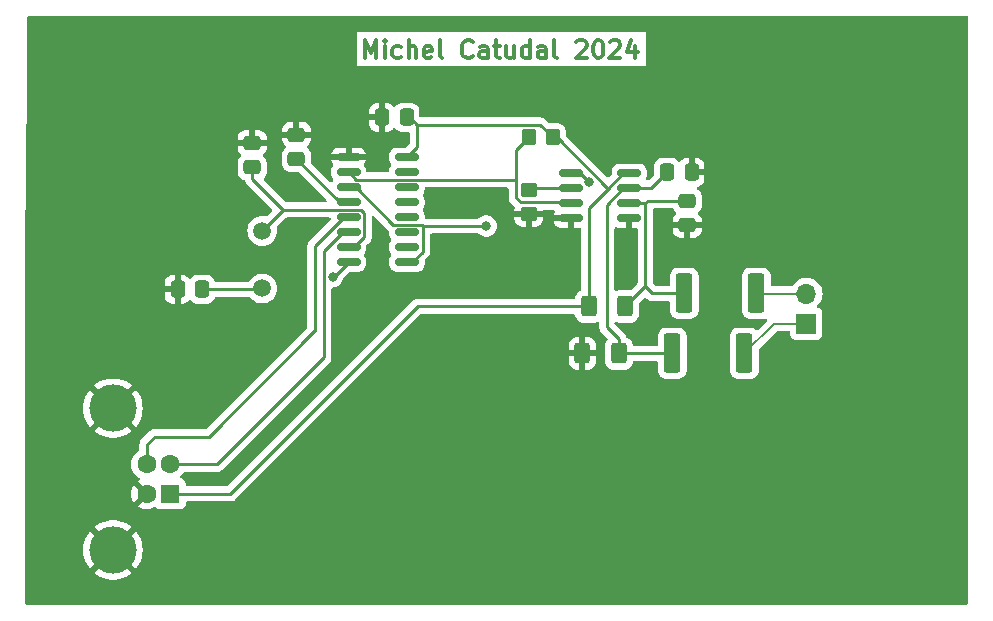
<source format=gtl>
G04 #@! TF.GenerationSoftware,KiCad,Pcbnew,8.0.6*
G04 #@! TF.CreationDate,2025-01-13T18:54:34-05:00*
G04 #@! TF.ProjectId,usb2J1708_rev4,75736232-4a31-4373-9038-5f726576342e,rev?*
G04 #@! TF.SameCoordinates,Original*
G04 #@! TF.FileFunction,Copper,L1,Top*
G04 #@! TF.FilePolarity,Positive*
%FSLAX46Y46*%
G04 Gerber Fmt 4.6, Leading zero omitted, Abs format (unit mm)*
G04 Created by KiCad (PCBNEW 8.0.6) date 2025-01-13 18:54:34*
%MOMM*%
%LPD*%
G01*
G04 APERTURE LIST*
G04 Aperture macros list*
%AMRoundRect*
0 Rectangle with rounded corners*
0 $1 Rounding radius*
0 $2 $3 $4 $5 $6 $7 $8 $9 X,Y pos of 4 corners*
0 Add a 4 corners polygon primitive as box body*
4,1,4,$2,$3,$4,$5,$6,$7,$8,$9,$2,$3,0*
0 Add four circle primitives for the rounded corners*
1,1,$1+$1,$2,$3*
1,1,$1+$1,$4,$5*
1,1,$1+$1,$6,$7*
1,1,$1+$1,$8,$9*
0 Add four rect primitives between the rounded corners*
20,1,$1+$1,$2,$3,$4,$5,0*
20,1,$1+$1,$4,$5,$6,$7,0*
20,1,$1+$1,$6,$7,$8,$9,0*
20,1,$1+$1,$8,$9,$2,$3,0*%
G04 Aperture macros list end*
%ADD10C,0.300000*%
G04 #@! TA.AperFunction,NonConductor*
%ADD11C,0.300000*%
G04 #@! TD*
G04 #@! TA.AperFunction,SMDPad,CuDef*
%ADD12RoundRect,0.249999X0.450001X1.425001X-0.450001X1.425001X-0.450001X-1.425001X0.450001X-1.425001X0*%
G04 #@! TD*
G04 #@! TA.AperFunction,SMDPad,CuDef*
%ADD13RoundRect,0.250000X0.350000X0.450000X-0.350000X0.450000X-0.350000X-0.450000X0.350000X-0.450000X0*%
G04 #@! TD*
G04 #@! TA.AperFunction,SMDPad,CuDef*
%ADD14RoundRect,0.250000X0.475000X-0.337500X0.475000X0.337500X-0.475000X0.337500X-0.475000X-0.337500X0*%
G04 #@! TD*
G04 #@! TA.AperFunction,SMDPad,CuDef*
%ADD15RoundRect,0.150000X-0.825000X-0.150000X0.825000X-0.150000X0.825000X0.150000X-0.825000X0.150000X0*%
G04 #@! TD*
G04 #@! TA.AperFunction,SMDPad,CuDef*
%ADD16RoundRect,0.250000X-0.450000X0.350000X-0.450000X-0.350000X0.450000X-0.350000X0.450000X0.350000X0*%
G04 #@! TD*
G04 #@! TA.AperFunction,ComponentPad*
%ADD17C,1.500000*%
G04 #@! TD*
G04 #@! TA.AperFunction,SMDPad,CuDef*
%ADD18RoundRect,0.250000X-0.400000X-0.625000X0.400000X-0.625000X0.400000X0.625000X-0.400000X0.625000X0*%
G04 #@! TD*
G04 #@! TA.AperFunction,ComponentPad*
%ADD19R,1.700000X1.700000*%
G04 #@! TD*
G04 #@! TA.AperFunction,ComponentPad*
%ADD20O,1.700000X1.700000*%
G04 #@! TD*
G04 #@! TA.AperFunction,SMDPad,CuDef*
%ADD21RoundRect,0.250000X0.337500X0.475000X-0.337500X0.475000X-0.337500X-0.475000X0.337500X-0.475000X0*%
G04 #@! TD*
G04 #@! TA.AperFunction,SMDPad,CuDef*
%ADD22RoundRect,0.250000X0.400000X0.625000X-0.400000X0.625000X-0.400000X-0.625000X0.400000X-0.625000X0*%
G04 #@! TD*
G04 #@! TA.AperFunction,SMDPad,CuDef*
%ADD23RoundRect,0.250000X-0.337500X-0.475000X0.337500X-0.475000X0.337500X0.475000X-0.337500X0.475000X0*%
G04 #@! TD*
G04 #@! TA.AperFunction,SMDPad,CuDef*
%ADD24RoundRect,0.250000X-0.475000X0.337500X-0.475000X-0.337500X0.475000X-0.337500X0.475000X0.337500X0*%
G04 #@! TD*
G04 #@! TA.AperFunction,ComponentPad*
%ADD25R,1.600000X1.600000*%
G04 #@! TD*
G04 #@! TA.AperFunction,ComponentPad*
%ADD26C,1.600000*%
G04 #@! TD*
G04 #@! TA.AperFunction,ComponentPad*
%ADD27C,4.000000*%
G04 #@! TD*
G04 #@! TA.AperFunction,ViaPad*
%ADD28C,0.800000*%
G04 #@! TD*
G04 #@! TA.AperFunction,Conductor*
%ADD29C,0.250000*%
G04 #@! TD*
G04 #@! TA.AperFunction,Conductor*
%ADD30C,0.200000*%
G04 #@! TD*
G04 APERTURE END LIST*
D10*
D11*
X149350000Y-89508328D02*
X149350000Y-88008328D01*
X149350000Y-88008328D02*
X149850000Y-89079757D01*
X149850000Y-89079757D02*
X150350000Y-88008328D01*
X150350000Y-88008328D02*
X150350000Y-89508328D01*
X151064286Y-89508328D02*
X151064286Y-88508328D01*
X151064286Y-88008328D02*
X150992858Y-88079757D01*
X150992858Y-88079757D02*
X151064286Y-88151185D01*
X151064286Y-88151185D02*
X151135715Y-88079757D01*
X151135715Y-88079757D02*
X151064286Y-88008328D01*
X151064286Y-88008328D02*
X151064286Y-88151185D01*
X152421430Y-89436900D02*
X152278572Y-89508328D01*
X152278572Y-89508328D02*
X151992858Y-89508328D01*
X151992858Y-89508328D02*
X151850001Y-89436900D01*
X151850001Y-89436900D02*
X151778572Y-89365471D01*
X151778572Y-89365471D02*
X151707144Y-89222614D01*
X151707144Y-89222614D02*
X151707144Y-88794042D01*
X151707144Y-88794042D02*
X151778572Y-88651185D01*
X151778572Y-88651185D02*
X151850001Y-88579757D01*
X151850001Y-88579757D02*
X151992858Y-88508328D01*
X151992858Y-88508328D02*
X152278572Y-88508328D01*
X152278572Y-88508328D02*
X152421430Y-88579757D01*
X153064286Y-89508328D02*
X153064286Y-88008328D01*
X153707144Y-89508328D02*
X153707144Y-88722614D01*
X153707144Y-88722614D02*
X153635715Y-88579757D01*
X153635715Y-88579757D02*
X153492858Y-88508328D01*
X153492858Y-88508328D02*
X153278572Y-88508328D01*
X153278572Y-88508328D02*
X153135715Y-88579757D01*
X153135715Y-88579757D02*
X153064286Y-88651185D01*
X154992858Y-89436900D02*
X154850001Y-89508328D01*
X154850001Y-89508328D02*
X154564287Y-89508328D01*
X154564287Y-89508328D02*
X154421429Y-89436900D01*
X154421429Y-89436900D02*
X154350001Y-89294042D01*
X154350001Y-89294042D02*
X154350001Y-88722614D01*
X154350001Y-88722614D02*
X154421429Y-88579757D01*
X154421429Y-88579757D02*
X154564287Y-88508328D01*
X154564287Y-88508328D02*
X154850001Y-88508328D01*
X154850001Y-88508328D02*
X154992858Y-88579757D01*
X154992858Y-88579757D02*
X155064287Y-88722614D01*
X155064287Y-88722614D02*
X155064287Y-88865471D01*
X155064287Y-88865471D02*
X154350001Y-89008328D01*
X155921429Y-89508328D02*
X155778572Y-89436900D01*
X155778572Y-89436900D02*
X155707143Y-89294042D01*
X155707143Y-89294042D02*
X155707143Y-88008328D01*
X158492857Y-89365471D02*
X158421429Y-89436900D01*
X158421429Y-89436900D02*
X158207143Y-89508328D01*
X158207143Y-89508328D02*
X158064286Y-89508328D01*
X158064286Y-89508328D02*
X157850000Y-89436900D01*
X157850000Y-89436900D02*
X157707143Y-89294042D01*
X157707143Y-89294042D02*
X157635714Y-89151185D01*
X157635714Y-89151185D02*
X157564286Y-88865471D01*
X157564286Y-88865471D02*
X157564286Y-88651185D01*
X157564286Y-88651185D02*
X157635714Y-88365471D01*
X157635714Y-88365471D02*
X157707143Y-88222614D01*
X157707143Y-88222614D02*
X157850000Y-88079757D01*
X157850000Y-88079757D02*
X158064286Y-88008328D01*
X158064286Y-88008328D02*
X158207143Y-88008328D01*
X158207143Y-88008328D02*
X158421429Y-88079757D01*
X158421429Y-88079757D02*
X158492857Y-88151185D01*
X159778572Y-89508328D02*
X159778572Y-88722614D01*
X159778572Y-88722614D02*
X159707143Y-88579757D01*
X159707143Y-88579757D02*
X159564286Y-88508328D01*
X159564286Y-88508328D02*
X159278572Y-88508328D01*
X159278572Y-88508328D02*
X159135714Y-88579757D01*
X159778572Y-89436900D02*
X159635714Y-89508328D01*
X159635714Y-89508328D02*
X159278572Y-89508328D01*
X159278572Y-89508328D02*
X159135714Y-89436900D01*
X159135714Y-89436900D02*
X159064286Y-89294042D01*
X159064286Y-89294042D02*
X159064286Y-89151185D01*
X159064286Y-89151185D02*
X159135714Y-89008328D01*
X159135714Y-89008328D02*
X159278572Y-88936900D01*
X159278572Y-88936900D02*
X159635714Y-88936900D01*
X159635714Y-88936900D02*
X159778572Y-88865471D01*
X160278572Y-88508328D02*
X160850000Y-88508328D01*
X160492857Y-88008328D02*
X160492857Y-89294042D01*
X160492857Y-89294042D02*
X160564286Y-89436900D01*
X160564286Y-89436900D02*
X160707143Y-89508328D01*
X160707143Y-89508328D02*
X160850000Y-89508328D01*
X161992858Y-88508328D02*
X161992858Y-89508328D01*
X161350000Y-88508328D02*
X161350000Y-89294042D01*
X161350000Y-89294042D02*
X161421429Y-89436900D01*
X161421429Y-89436900D02*
X161564286Y-89508328D01*
X161564286Y-89508328D02*
X161778572Y-89508328D01*
X161778572Y-89508328D02*
X161921429Y-89436900D01*
X161921429Y-89436900D02*
X161992858Y-89365471D01*
X163350001Y-89508328D02*
X163350001Y-88008328D01*
X163350001Y-89436900D02*
X163207143Y-89508328D01*
X163207143Y-89508328D02*
X162921429Y-89508328D01*
X162921429Y-89508328D02*
X162778572Y-89436900D01*
X162778572Y-89436900D02*
X162707143Y-89365471D01*
X162707143Y-89365471D02*
X162635715Y-89222614D01*
X162635715Y-89222614D02*
X162635715Y-88794042D01*
X162635715Y-88794042D02*
X162707143Y-88651185D01*
X162707143Y-88651185D02*
X162778572Y-88579757D01*
X162778572Y-88579757D02*
X162921429Y-88508328D01*
X162921429Y-88508328D02*
X163207143Y-88508328D01*
X163207143Y-88508328D02*
X163350001Y-88579757D01*
X164707144Y-89508328D02*
X164707144Y-88722614D01*
X164707144Y-88722614D02*
X164635715Y-88579757D01*
X164635715Y-88579757D02*
X164492858Y-88508328D01*
X164492858Y-88508328D02*
X164207144Y-88508328D01*
X164207144Y-88508328D02*
X164064286Y-88579757D01*
X164707144Y-89436900D02*
X164564286Y-89508328D01*
X164564286Y-89508328D02*
X164207144Y-89508328D01*
X164207144Y-89508328D02*
X164064286Y-89436900D01*
X164064286Y-89436900D02*
X163992858Y-89294042D01*
X163992858Y-89294042D02*
X163992858Y-89151185D01*
X163992858Y-89151185D02*
X164064286Y-89008328D01*
X164064286Y-89008328D02*
X164207144Y-88936900D01*
X164207144Y-88936900D02*
X164564286Y-88936900D01*
X164564286Y-88936900D02*
X164707144Y-88865471D01*
X165635715Y-89508328D02*
X165492858Y-89436900D01*
X165492858Y-89436900D02*
X165421429Y-89294042D01*
X165421429Y-89294042D02*
X165421429Y-88008328D01*
X167278572Y-88151185D02*
X167350000Y-88079757D01*
X167350000Y-88079757D02*
X167492858Y-88008328D01*
X167492858Y-88008328D02*
X167850000Y-88008328D01*
X167850000Y-88008328D02*
X167992858Y-88079757D01*
X167992858Y-88079757D02*
X168064286Y-88151185D01*
X168064286Y-88151185D02*
X168135715Y-88294042D01*
X168135715Y-88294042D02*
X168135715Y-88436900D01*
X168135715Y-88436900D02*
X168064286Y-88651185D01*
X168064286Y-88651185D02*
X167207143Y-89508328D01*
X167207143Y-89508328D02*
X168135715Y-89508328D01*
X169064286Y-88008328D02*
X169207143Y-88008328D01*
X169207143Y-88008328D02*
X169350000Y-88079757D01*
X169350000Y-88079757D02*
X169421429Y-88151185D01*
X169421429Y-88151185D02*
X169492857Y-88294042D01*
X169492857Y-88294042D02*
X169564286Y-88579757D01*
X169564286Y-88579757D02*
X169564286Y-88936900D01*
X169564286Y-88936900D02*
X169492857Y-89222614D01*
X169492857Y-89222614D02*
X169421429Y-89365471D01*
X169421429Y-89365471D02*
X169350000Y-89436900D01*
X169350000Y-89436900D02*
X169207143Y-89508328D01*
X169207143Y-89508328D02*
X169064286Y-89508328D01*
X169064286Y-89508328D02*
X168921429Y-89436900D01*
X168921429Y-89436900D02*
X168850000Y-89365471D01*
X168850000Y-89365471D02*
X168778571Y-89222614D01*
X168778571Y-89222614D02*
X168707143Y-88936900D01*
X168707143Y-88936900D02*
X168707143Y-88579757D01*
X168707143Y-88579757D02*
X168778571Y-88294042D01*
X168778571Y-88294042D02*
X168850000Y-88151185D01*
X168850000Y-88151185D02*
X168921429Y-88079757D01*
X168921429Y-88079757D02*
X169064286Y-88008328D01*
X170135714Y-88151185D02*
X170207142Y-88079757D01*
X170207142Y-88079757D02*
X170350000Y-88008328D01*
X170350000Y-88008328D02*
X170707142Y-88008328D01*
X170707142Y-88008328D02*
X170850000Y-88079757D01*
X170850000Y-88079757D02*
X170921428Y-88151185D01*
X170921428Y-88151185D02*
X170992857Y-88294042D01*
X170992857Y-88294042D02*
X170992857Y-88436900D01*
X170992857Y-88436900D02*
X170921428Y-88651185D01*
X170921428Y-88651185D02*
X170064285Y-89508328D01*
X170064285Y-89508328D02*
X170992857Y-89508328D01*
X172278571Y-88508328D02*
X172278571Y-89508328D01*
X171921428Y-87936900D02*
X171564285Y-89008328D01*
X171564285Y-89008328D02*
X172492856Y-89008328D01*
D12*
X182518000Y-109426000D03*
X176418000Y-109426000D03*
D13*
X165279800Y-96218200D03*
X163279800Y-96218200D03*
D14*
X143570000Y-98055000D03*
X143570000Y-95980000D03*
D15*
X166808600Y-99266200D03*
X166808600Y-100536200D03*
X166808600Y-101806200D03*
X166808600Y-103076200D03*
X171758600Y-103076200D03*
X171758600Y-101806200D03*
X171758600Y-100536200D03*
X171758600Y-99266200D03*
D16*
X163238400Y-100704600D03*
X163238400Y-102704600D03*
D17*
X140690000Y-109010000D03*
X140690000Y-104130000D03*
D18*
X168317800Y-110518400D03*
X171417800Y-110518400D03*
D19*
X186753000Y-111989000D03*
D20*
X186753000Y-109449000D03*
D14*
X139820000Y-98755000D03*
X139820000Y-96680000D03*
D21*
X152895000Y-94520000D03*
X150820000Y-94520000D03*
D22*
X170884000Y-114506000D03*
X167784000Y-114506000D03*
D23*
X174951700Y-99164600D03*
X177026700Y-99164600D03*
D21*
X135585000Y-109070000D03*
X133510000Y-109070000D03*
D24*
X176649600Y-101581500D03*
X176649600Y-103656500D03*
D15*
X147985000Y-97905000D03*
X147985000Y-99175000D03*
X147985000Y-100445000D03*
X147985000Y-101715000D03*
X147985000Y-102985000D03*
X147985000Y-104255000D03*
X147985000Y-105525000D03*
X147985000Y-106795000D03*
X152935000Y-106795000D03*
X152935000Y-105525000D03*
X152935000Y-104255000D03*
X152935000Y-102985000D03*
X152935000Y-101715000D03*
X152935000Y-100445000D03*
X152935000Y-99175000D03*
X152935000Y-97905000D03*
D12*
X181502000Y-114506000D03*
X175402000Y-114506000D03*
D25*
X132900000Y-126400000D03*
D26*
X132900000Y-123900000D03*
X130900000Y-123900000D03*
X130900000Y-126400000D03*
D27*
X128040000Y-131150000D03*
X128040000Y-119150000D03*
D28*
X171870000Y-106230000D03*
X176790000Y-106240000D03*
X166610000Y-106170000D03*
X146633000Y-108012200D03*
X159640000Y-103719200D03*
X168361100Y-100006800D03*
D29*
X165190000Y-104710000D02*
X166610000Y-106130000D01*
X176790000Y-106240000D02*
X176649600Y-106099600D01*
X165190000Y-103150000D02*
X165190000Y-104710000D01*
X165190000Y-103150000D02*
X165263800Y-103076200D01*
X171758600Y-106118600D02*
X171758600Y-103076200D01*
X164744600Y-102704600D02*
X165190000Y-103150000D01*
X176649600Y-106099600D02*
X176649600Y-103656500D01*
X171870000Y-106230000D02*
X171758600Y-106118600D01*
X166610000Y-106130000D02*
X166610000Y-106170000D01*
X163238400Y-102704600D02*
X164744600Y-102704600D01*
X166650000Y-106170000D02*
X166640000Y-106160000D01*
X166610000Y-106170000D02*
X166650000Y-106170000D01*
X165263800Y-103076200D02*
X166808600Y-103076200D01*
X140630000Y-109070000D02*
X140690000Y-109010000D01*
X146767800Y-108012200D02*
X147985000Y-106795000D01*
X146633000Y-108012200D02*
X146767800Y-108012200D01*
X135585000Y-109070000D02*
X140630000Y-109070000D01*
X149315900Y-102604100D02*
X149315900Y-104655900D01*
X149061800Y-102350000D02*
X149315900Y-102604100D01*
X142470000Y-102350000D02*
X149061800Y-102350000D01*
X149315900Y-104655900D02*
X148446800Y-105525000D01*
X139820000Y-99700000D02*
X142470000Y-102350000D01*
X148446800Y-105525000D02*
X147985000Y-105525000D01*
X140690000Y-104130000D02*
X142470000Y-102350000D01*
X139820000Y-98755000D02*
X139820000Y-99700000D01*
X171252000Y-99266200D02*
X171758600Y-99266200D01*
X165615300Y-96218200D02*
X165279800Y-96218200D01*
X164218400Y-95156800D02*
X165279800Y-96218200D01*
X153183800Y-94520000D02*
X153820600Y-95156800D01*
X153820600Y-95156800D02*
X164218400Y-95156800D01*
X169957700Y-100560500D02*
X171252000Y-99266200D01*
X152895000Y-94520000D02*
X153183800Y-94520000D01*
X168317800Y-102200400D02*
X169957700Y-100560500D01*
X153820600Y-97019400D02*
X152935000Y-97905000D01*
X168317800Y-110518400D02*
X153836000Y-110518400D01*
X168317800Y-110518400D02*
X168317800Y-102200400D01*
X153820600Y-95156800D02*
X153820600Y-97019400D01*
X137954400Y-126400000D02*
X132900000Y-126400000D01*
X169957700Y-100560500D02*
X165615300Y-96218200D01*
X153836000Y-110518400D02*
X137954400Y-126400000D01*
X143570000Y-98055000D02*
X147230000Y-101715000D01*
X147230000Y-101715000D02*
X147985000Y-101715000D01*
X169867800Y-101931000D02*
X171262600Y-100536200D01*
X174951700Y-99164600D02*
X173580100Y-100536200D01*
X170884000Y-114506000D02*
X175402000Y-114506000D01*
X170884000Y-114506000D02*
X170884000Y-113288000D01*
X170884000Y-113288000D02*
X169867800Y-112271800D01*
X169867800Y-112271800D02*
X169867800Y-101931000D01*
X171262600Y-100536200D02*
X171758600Y-100536200D01*
X173580100Y-100536200D02*
X171758600Y-100536200D01*
X173104800Y-101806200D02*
X173104800Y-108831400D01*
X173104800Y-108831400D02*
X171417800Y-110518400D01*
X173699400Y-109426000D02*
X176418000Y-109426000D01*
X173329500Y-101581500D02*
X173104800Y-101806200D01*
X173104800Y-108831400D02*
X173699400Y-109426000D01*
X173104800Y-101806200D02*
X171758600Y-101806200D01*
X176649600Y-101581500D02*
X173329500Y-101581500D01*
X145906100Y-114821400D02*
X136827500Y-123900000D01*
X147516400Y-104255000D02*
X145906100Y-105865300D01*
X147985000Y-104255000D02*
X147516400Y-104255000D01*
X136827500Y-123900000D02*
X132900000Y-123900000D01*
X145906100Y-105865300D02*
X145906100Y-114821400D01*
X147985000Y-102985000D02*
X147572700Y-102985000D01*
X136153000Y-121549000D02*
X131563000Y-121549000D01*
X145076800Y-112625200D02*
X136153000Y-121549000D01*
X130933000Y-122219000D02*
X130900000Y-122252000D01*
X145142300Y-112625200D02*
X145076800Y-112625200D01*
X147572700Y-102985000D02*
X145142300Y-105415400D01*
X145142300Y-105415400D02*
X145142300Y-112625200D01*
X130933000Y-122179000D02*
X130933000Y-122219000D01*
X131563000Y-121549000D02*
X130933000Y-122179000D01*
X130900000Y-122252000D02*
X130900000Y-123900000D01*
X166808600Y-101806200D02*
X166707000Y-101704600D01*
X162174000Y-101312800D02*
X162174000Y-99810000D01*
X162174000Y-99810000D02*
X148620000Y-99810000D01*
X166707000Y-101704600D02*
X162565800Y-101704600D01*
X162174000Y-97324000D02*
X163279800Y-96218200D01*
X162174000Y-99810000D02*
X162174000Y-97324000D01*
X148620000Y-99810000D02*
X147985000Y-99175000D01*
X162565800Y-101704600D02*
X162174000Y-101312800D01*
D30*
X181502000Y-114506000D02*
X181502000Y-113920105D01*
X186753000Y-111989000D02*
X184019000Y-111989000D01*
X184019000Y-111989000D02*
X181502000Y-114506000D01*
X186753000Y-109449000D02*
X182541000Y-109449000D01*
X182541000Y-109449000D02*
X182518000Y-109426000D01*
D29*
X166808600Y-100536200D02*
X163406800Y-100536200D01*
X163406800Y-100536200D02*
X163238400Y-100704600D01*
X154264600Y-103719200D02*
X154165400Y-103620000D01*
X152935000Y-106795000D02*
X153350600Y-106795000D01*
X166808600Y-99266200D02*
X167620500Y-99266200D01*
X148618100Y-100445000D02*
X147985000Y-100445000D01*
X167620500Y-99266200D02*
X168361100Y-100006800D01*
X154165400Y-103620000D02*
X151793100Y-103620000D01*
X154264600Y-105881000D02*
X154264600Y-103719200D01*
X153350600Y-106795000D02*
X154264600Y-105881000D01*
X151793100Y-103620000D02*
X148618100Y-100445000D01*
X159640000Y-103719200D02*
X154264600Y-103719200D01*
G04 #@! TA.AperFunction,Conductor*
G36*
X161482621Y-100463502D02*
G01*
X161529114Y-100517158D01*
X161540500Y-100569500D01*
X161540500Y-101250406D01*
X161540500Y-101375194D01*
X161564845Y-101497585D01*
X161612600Y-101612875D01*
X161681929Y-101716633D01*
X161681931Y-101716635D01*
X162017054Y-102051758D01*
X162051080Y-102114070D01*
X162047565Y-102180482D01*
X162041005Y-102200278D01*
X162030400Y-102304083D01*
X162030400Y-102450600D01*
X164446401Y-102450600D01*
X164452011Y-102444989D01*
X164466402Y-102395979D01*
X164520058Y-102349486D01*
X164572400Y-102338100D01*
X165346042Y-102338100D01*
X165414163Y-102358102D01*
X165460656Y-102411758D01*
X165470760Y-102482032D01*
X165454496Y-102528238D01*
X165374919Y-102662796D01*
X165328607Y-102822200D01*
X166936600Y-102822200D01*
X167004721Y-102842202D01*
X167051214Y-102895858D01*
X167062600Y-102948200D01*
X167062600Y-103884199D01*
X167558300Y-103884199D01*
X167626421Y-103904201D01*
X167672914Y-103957857D01*
X167684300Y-104010199D01*
X167684300Y-109080729D01*
X167664298Y-109148850D01*
X167610642Y-109195343D01*
X167597937Y-109200332D01*
X167595064Y-109201283D01*
X167444147Y-109294370D01*
X167444141Y-109294375D01*
X167318775Y-109419741D01*
X167318770Y-109419747D01*
X167304996Y-109442079D01*
X167225685Y-109570662D01*
X167169913Y-109738974D01*
X167166568Y-109771709D01*
X167139748Y-109837441D01*
X167081645Y-109878240D01*
X167041222Y-109884900D01*
X153773603Y-109884900D01*
X153700568Y-109899428D01*
X153651215Y-109909245D01*
X153651213Y-109909245D01*
X153651212Y-109909246D01*
X153535923Y-109957001D01*
X153432171Y-110026326D01*
X153432164Y-110026331D01*
X137728901Y-125729595D01*
X137666589Y-125763621D01*
X137639806Y-125766500D01*
X134334500Y-125766500D01*
X134266379Y-125746498D01*
X134219886Y-125692842D01*
X134208500Y-125640500D01*
X134208500Y-125551367D01*
X134208499Y-125551350D01*
X134201990Y-125490803D01*
X134201988Y-125490795D01*
X134150889Y-125353797D01*
X134150887Y-125353792D01*
X134063261Y-125236738D01*
X133946207Y-125149112D01*
X133946202Y-125149110D01*
X133805922Y-125096787D01*
X133749086Y-125054240D01*
X133724276Y-124987720D01*
X133739368Y-124918346D01*
X133760854Y-124889643D01*
X133906198Y-124744300D01*
X134016181Y-124587229D01*
X134071638Y-124542901D01*
X134119394Y-124533500D01*
X136889893Y-124533500D01*
X136889894Y-124533500D01*
X137012285Y-124509155D01*
X137127575Y-124461400D01*
X137231333Y-124392071D01*
X146398171Y-115225233D01*
X146467500Y-115121475D01*
X146515255Y-115006185D01*
X146539600Y-114883794D01*
X146539600Y-114759006D01*
X146539600Y-109046700D01*
X146559602Y-108978579D01*
X146613258Y-108932086D01*
X146665600Y-108920700D01*
X146728487Y-108920700D01*
X146915288Y-108880994D01*
X147089752Y-108803318D01*
X147244253Y-108691066D01*
X147244255Y-108691064D01*
X147372034Y-108549151D01*
X147372035Y-108549149D01*
X147372040Y-108549144D01*
X147467527Y-108383756D01*
X147526542Y-108202128D01*
X147528075Y-108187542D01*
X147555086Y-108121884D01*
X147564280Y-108111623D01*
X148035501Y-107640404D01*
X148097813Y-107606379D01*
X148124596Y-107603500D01*
X148876511Y-107603500D01*
X148876511Y-107603499D01*
X148913831Y-107600562D01*
X149073601Y-107554145D01*
X149073603Y-107554143D01*
X149073605Y-107554143D01*
X149145204Y-107511799D01*
X149216807Y-107469453D01*
X149334453Y-107351807D01*
X149419145Y-107208601D01*
X149465562Y-107048831D01*
X149468499Y-107011511D01*
X149468500Y-107011511D01*
X149468500Y-106578489D01*
X149468499Y-106578488D01*
X149465562Y-106541171D01*
X149465562Y-106541170D01*
X149465562Y-106541169D01*
X149419145Y-106381399D01*
X149419143Y-106381397D01*
X149419143Y-106381394D01*
X149334456Y-106238198D01*
X149334455Y-106238197D01*
X149334453Y-106238193D01*
X149334449Y-106238189D01*
X149333708Y-106237233D01*
X149333356Y-106236337D01*
X149330418Y-106231369D01*
X149331219Y-106230895D01*
X149307756Y-106171150D01*
X149321652Y-106101526D01*
X149333708Y-106082767D01*
X149334445Y-106081814D01*
X149334453Y-106081807D01*
X149385268Y-105995883D01*
X149419143Y-105938605D01*
X149419143Y-105938603D01*
X149419145Y-105938601D01*
X149465562Y-105778831D01*
X149468499Y-105741511D01*
X149468500Y-105741511D01*
X149468500Y-105451394D01*
X149488502Y-105383273D01*
X149505405Y-105362299D01*
X149643648Y-105224056D01*
X149807971Y-105059733D01*
X149877300Y-104955975D01*
X149925055Y-104840685D01*
X149949400Y-104718294D01*
X149949400Y-104593506D01*
X149949400Y-102976394D01*
X149969402Y-102908273D01*
X150023058Y-102861780D01*
X150093332Y-102851676D01*
X150157912Y-102881170D01*
X150164495Y-102887299D01*
X151389262Y-104112067D01*
X151389271Y-104112074D01*
X151395498Y-104116235D01*
X151441028Y-104170710D01*
X151451500Y-104221002D01*
X151451500Y-104471511D01*
X151454437Y-104508828D01*
X151454437Y-104508829D01*
X151500856Y-104668605D01*
X151585543Y-104811802D01*
X151586298Y-104812775D01*
X151586652Y-104813676D01*
X151589582Y-104818631D01*
X151588782Y-104819103D01*
X151612244Y-104878861D01*
X151598342Y-104948483D01*
X151586298Y-104967225D01*
X151585543Y-104968197D01*
X151500856Y-105111394D01*
X151454437Y-105271170D01*
X151454437Y-105271171D01*
X151451500Y-105308488D01*
X151451500Y-105741511D01*
X151454437Y-105778828D01*
X151454437Y-105778829D01*
X151500856Y-105938605D01*
X151585543Y-106081802D01*
X151586298Y-106082775D01*
X151586652Y-106083676D01*
X151589582Y-106088631D01*
X151588782Y-106089103D01*
X151612244Y-106148861D01*
X151598342Y-106218483D01*
X151586298Y-106237225D01*
X151585543Y-106238197D01*
X151500856Y-106381394D01*
X151454437Y-106541170D01*
X151454437Y-106541171D01*
X151451500Y-106578488D01*
X151451500Y-107011511D01*
X151454437Y-107048828D01*
X151454437Y-107048829D01*
X151500856Y-107208605D01*
X151585544Y-107351803D01*
X151585549Y-107351810D01*
X151703189Y-107469450D01*
X151703196Y-107469455D01*
X151846394Y-107554143D01*
X151846397Y-107554143D01*
X151846399Y-107554145D01*
X152006169Y-107600562D01*
X152043488Y-107603499D01*
X152043489Y-107603500D01*
X152043498Y-107603500D01*
X153826511Y-107603500D01*
X153826511Y-107603499D01*
X153863831Y-107600562D01*
X154023601Y-107554145D01*
X154023603Y-107554143D01*
X154023605Y-107554143D01*
X154095204Y-107511799D01*
X154166807Y-107469453D01*
X154284453Y-107351807D01*
X154369145Y-107208601D01*
X154415562Y-107048831D01*
X154418499Y-107011511D01*
X154418500Y-107011511D01*
X154418500Y-106675194D01*
X154438502Y-106607073D01*
X154455405Y-106586099D01*
X154500335Y-106541169D01*
X154756671Y-106284833D01*
X154826000Y-106181075D01*
X154873755Y-106065785D01*
X154898100Y-105943394D01*
X154898100Y-105818606D01*
X154898100Y-104478700D01*
X154918102Y-104410579D01*
X154971758Y-104364086D01*
X155024100Y-104352700D01*
X158931800Y-104352700D01*
X158999921Y-104372702D01*
X159025437Y-104394390D01*
X159028747Y-104398066D01*
X159183248Y-104510318D01*
X159357712Y-104587994D01*
X159544513Y-104627700D01*
X159735487Y-104627700D01*
X159922288Y-104587994D01*
X160096752Y-104510318D01*
X160251253Y-104398066D01*
X160379040Y-104256144D01*
X160474527Y-104090756D01*
X160533542Y-103909128D01*
X160553504Y-103719200D01*
X160533542Y-103529272D01*
X160474527Y-103347644D01*
X160379040Y-103182256D01*
X160379038Y-103182254D01*
X160379034Y-103182248D01*
X160309584Y-103105116D01*
X162030400Y-103105116D01*
X162041005Y-103208918D01*
X162041006Y-103208921D01*
X162096742Y-103377125D01*
X162189765Y-103527939D01*
X162189770Y-103527945D01*
X162315054Y-103653229D01*
X162315060Y-103653234D01*
X162465874Y-103746257D01*
X162634078Y-103801993D01*
X162634081Y-103801994D01*
X162737883Y-103812599D01*
X162737883Y-103812600D01*
X162984400Y-103812600D01*
X163492400Y-103812600D01*
X163738917Y-103812600D01*
X163738916Y-103812599D01*
X163842718Y-103801994D01*
X163842721Y-103801993D01*
X164010925Y-103746257D01*
X164161739Y-103653234D01*
X164161745Y-103653229D01*
X164287029Y-103527945D01*
X164287034Y-103527939D01*
X164380057Y-103377125D01*
X164395606Y-103330200D01*
X165328607Y-103330200D01*
X165374918Y-103489601D01*
X165459548Y-103632701D01*
X165459549Y-103632703D01*
X165577096Y-103750250D01*
X165577098Y-103750251D01*
X165720198Y-103834881D01*
X165879851Y-103881265D01*
X165879849Y-103881265D01*
X165917143Y-103884199D01*
X166554600Y-103884199D01*
X166554600Y-103330200D01*
X165328607Y-103330200D01*
X164395606Y-103330200D01*
X164435793Y-103208921D01*
X164435794Y-103208918D01*
X164446399Y-103105116D01*
X164446400Y-103105116D01*
X164446400Y-102958600D01*
X163492400Y-102958600D01*
X163492400Y-103812600D01*
X162984400Y-103812600D01*
X162984400Y-102958600D01*
X162030400Y-102958600D01*
X162030400Y-103105116D01*
X160309584Y-103105116D01*
X160251255Y-103040335D01*
X160096752Y-102928082D01*
X159922288Y-102850406D01*
X159735487Y-102810700D01*
X159544513Y-102810700D01*
X159357711Y-102850406D01*
X159183247Y-102928082D01*
X159028747Y-103040333D01*
X159025437Y-103044010D01*
X158964991Y-103081250D01*
X158931800Y-103085700D01*
X154544500Y-103085700D01*
X154476379Y-103065698D01*
X154429886Y-103012042D01*
X154418500Y-102959700D01*
X154418500Y-102768489D01*
X154418499Y-102768488D01*
X154415562Y-102731171D01*
X154415562Y-102731170D01*
X154415562Y-102731169D01*
X154369145Y-102571399D01*
X154369143Y-102571397D01*
X154369143Y-102571394D01*
X154284456Y-102428198D01*
X154284455Y-102428197D01*
X154284453Y-102428193D01*
X154284449Y-102428189D01*
X154283708Y-102427233D01*
X154283356Y-102426337D01*
X154280418Y-102421369D01*
X154281219Y-102420895D01*
X154257756Y-102361150D01*
X154271652Y-102291526D01*
X154283708Y-102272767D01*
X154284445Y-102271814D01*
X154284453Y-102271807D01*
X154369145Y-102128601D01*
X154415562Y-101968831D01*
X154418499Y-101931511D01*
X154418500Y-101931511D01*
X154418500Y-101498489D01*
X154418499Y-101498488D01*
X154415562Y-101461171D01*
X154415562Y-101461170D01*
X154393258Y-101384399D01*
X154369145Y-101301399D01*
X154369143Y-101301397D01*
X154369143Y-101301394D01*
X154284456Y-101158198D01*
X154284455Y-101158197D01*
X154284453Y-101158193D01*
X154284449Y-101158189D01*
X154283708Y-101157233D01*
X154283356Y-101156337D01*
X154280418Y-101151369D01*
X154281219Y-101150895D01*
X154257756Y-101091150D01*
X154271652Y-101021526D01*
X154283708Y-101002767D01*
X154284445Y-101001814D01*
X154284453Y-101001807D01*
X154351672Y-100888147D01*
X154369143Y-100858605D01*
X154369143Y-100858603D01*
X154369145Y-100858601D01*
X154415562Y-100698831D01*
X154418499Y-100661511D01*
X154418500Y-100661511D01*
X154418500Y-100569500D01*
X154438502Y-100501379D01*
X154492158Y-100454886D01*
X154544500Y-100443500D01*
X161414500Y-100443500D01*
X161482621Y-100463502D01*
G37*
G04 #@! TD.AperFunction*
G04 #@! TA.AperFunction,Conductor*
G36*
X171954721Y-102842202D02*
G01*
X172001214Y-102895858D01*
X172012600Y-102948200D01*
X172012600Y-103884199D01*
X172345300Y-103884199D01*
X172413421Y-103904201D01*
X172459914Y-103957857D01*
X172471300Y-104010199D01*
X172471300Y-108516804D01*
X172451298Y-108584925D01*
X172434395Y-108605899D01*
X171942299Y-109097995D01*
X171879987Y-109132021D01*
X171853204Y-109134900D01*
X170967255Y-109134900D01*
X170863374Y-109145512D01*
X170695058Y-109201286D01*
X170693440Y-109202285D01*
X170692176Y-109202630D01*
X170688412Y-109204386D01*
X170688111Y-109203742D01*
X170624959Y-109221018D01*
X170557222Y-109199754D01*
X170511734Y-109145244D01*
X170501300Y-109095040D01*
X170501300Y-103953609D01*
X170521302Y-103885488D01*
X170574958Y-103838995D01*
X170645232Y-103828891D01*
X170662284Y-103833714D01*
X170662588Y-103832670D01*
X170829851Y-103881265D01*
X170829849Y-103881265D01*
X170867143Y-103884199D01*
X171504600Y-103884199D01*
X171504600Y-102948200D01*
X171524602Y-102880079D01*
X171578258Y-102833586D01*
X171630600Y-102822200D01*
X171886600Y-102822200D01*
X171954721Y-102842202D01*
G37*
G04 #@! TD.AperFunction*
G04 #@! TA.AperFunction,Conductor*
G36*
X200396621Y-85955502D02*
G01*
X200443114Y-86009158D01*
X200454500Y-86061500D01*
X200454500Y-113462708D01*
X200398193Y-135658822D01*
X200378019Y-135726889D01*
X200324245Y-135773246D01*
X200272194Y-135784500D01*
X120731500Y-135784500D01*
X120663379Y-135764498D01*
X120616886Y-135710842D01*
X120605500Y-135658500D01*
X120605500Y-131149993D01*
X125527041Y-131149993D01*
X125527041Y-131150006D01*
X125546854Y-131464944D01*
X125546856Y-131464961D01*
X125605989Y-131774942D01*
X125605992Y-131774955D01*
X125703509Y-132075079D01*
X125703513Y-132075088D01*
X125837875Y-132360622D01*
X125837882Y-132360636D01*
X126006969Y-132627075D01*
X126006971Y-132627078D01*
X126096042Y-132734746D01*
X127065532Y-131765256D01*
X127162829Y-131899175D01*
X127290825Y-132027171D01*
X127424741Y-132124466D01*
X126452522Y-133096686D01*
X126452522Y-133096688D01*
X126693482Y-133271756D01*
X126970034Y-133423792D01*
X127263460Y-133539968D01*
X127263466Y-133539970D01*
X127569103Y-133618444D01*
X127569130Y-133618449D01*
X127882195Y-133657998D01*
X127882214Y-133658000D01*
X128197786Y-133658000D01*
X128197804Y-133657998D01*
X128510869Y-133618449D01*
X128510896Y-133618444D01*
X128816533Y-133539970D01*
X128816539Y-133539968D01*
X129109965Y-133423792D01*
X129386512Y-133271759D01*
X129627476Y-133096688D01*
X129627476Y-133096686D01*
X128655257Y-132124466D01*
X128789175Y-132027171D01*
X128917171Y-131899175D01*
X129014467Y-131765257D01*
X129983956Y-132734746D01*
X130073030Y-132627075D01*
X130073033Y-132627071D01*
X130242117Y-132360636D01*
X130242124Y-132360622D01*
X130376486Y-132075088D01*
X130376490Y-132075079D01*
X130474007Y-131774955D01*
X130474010Y-131774942D01*
X130533143Y-131464961D01*
X130533145Y-131464944D01*
X130552959Y-131150006D01*
X130552959Y-131149993D01*
X130533145Y-130835055D01*
X130533143Y-130835038D01*
X130474010Y-130525057D01*
X130474007Y-130525044D01*
X130376490Y-130224920D01*
X130376486Y-130224911D01*
X130242124Y-129939377D01*
X130242117Y-129939363D01*
X130073030Y-129672924D01*
X130073028Y-129672921D01*
X129983956Y-129565252D01*
X129014466Y-130534741D01*
X128917171Y-130400825D01*
X128789175Y-130272829D01*
X128655256Y-130175532D01*
X129627476Y-129203312D01*
X129627476Y-129203310D01*
X129386513Y-129028240D01*
X129109965Y-128876207D01*
X128816539Y-128760031D01*
X128816533Y-128760029D01*
X128510896Y-128681555D01*
X128510869Y-128681550D01*
X128197804Y-128642001D01*
X128197786Y-128642000D01*
X127882214Y-128642000D01*
X127882195Y-128642001D01*
X127569130Y-128681550D01*
X127569103Y-128681555D01*
X127263466Y-128760029D01*
X127263460Y-128760031D01*
X126970034Y-128876207D01*
X126693486Y-129028240D01*
X126452522Y-129203310D01*
X126452522Y-129203312D01*
X127424742Y-130175532D01*
X127290825Y-130272829D01*
X127162829Y-130400825D01*
X127065532Y-130534742D01*
X126096042Y-129565252D01*
X126006972Y-129672921D01*
X126006969Y-129672924D01*
X125837882Y-129939363D01*
X125837875Y-129939377D01*
X125703513Y-130224911D01*
X125703509Y-130224920D01*
X125605992Y-130525044D01*
X125605989Y-130525057D01*
X125546856Y-130835038D01*
X125546854Y-130835055D01*
X125527041Y-131149993D01*
X120605500Y-131149993D01*
X120605500Y-123900000D01*
X129586502Y-123900000D01*
X129606457Y-124128087D01*
X129665716Y-124349243D01*
X129762477Y-124556749D01*
X129893802Y-124744300D01*
X130055700Y-124906198D01*
X130055703Y-124906200D01*
X130243253Y-125037525D01*
X130248015Y-125040274D01*
X130246971Y-125042082D01*
X130293439Y-125082990D01*
X130312905Y-125151265D01*
X130292369Y-125219227D01*
X130247223Y-125258354D01*
X130248267Y-125260161D01*
X130243501Y-125262912D01*
X130172109Y-125312899D01*
X130795464Y-125936253D01*
X130716657Y-125957370D01*
X130608343Y-126019905D01*
X130519905Y-126108343D01*
X130457370Y-126216657D01*
X130436254Y-126295463D01*
X129812900Y-125672109D01*
X129762913Y-125743500D01*
X129666188Y-125950926D01*
X129666186Y-125950931D01*
X129606951Y-126171997D01*
X129587004Y-126400000D01*
X129606951Y-126628002D01*
X129666186Y-126849068D01*
X129666188Y-126849073D01*
X129762913Y-127056501D01*
X129812899Y-127127888D01*
X130436253Y-126504534D01*
X130457370Y-126583343D01*
X130519905Y-126691657D01*
X130608343Y-126780095D01*
X130716657Y-126842630D01*
X130795462Y-126863745D01*
X130172110Y-127487097D01*
X130172110Y-127487100D01*
X130243498Y-127537086D01*
X130450926Y-127633811D01*
X130450931Y-127633813D01*
X130671999Y-127693048D01*
X130671995Y-127693048D01*
X130900000Y-127712995D01*
X131128002Y-127693048D01*
X131349068Y-127633813D01*
X131349073Y-127633811D01*
X131556495Y-127537089D01*
X131561902Y-127533303D01*
X131629174Y-127510610D01*
X131698036Y-127527891D01*
X131735050Y-127561005D01*
X131736738Y-127563261D01*
X131853792Y-127650887D01*
X131853794Y-127650888D01*
X131853796Y-127650889D01*
X131912875Y-127672924D01*
X131990795Y-127701988D01*
X131990803Y-127701990D01*
X132051350Y-127708499D01*
X132051355Y-127708499D01*
X132051362Y-127708500D01*
X132051368Y-127708500D01*
X133748632Y-127708500D01*
X133748638Y-127708500D01*
X133748645Y-127708499D01*
X133748649Y-127708499D01*
X133809196Y-127701990D01*
X133809199Y-127701989D01*
X133809201Y-127701989D01*
X133946204Y-127650889D01*
X133969018Y-127633811D01*
X134063261Y-127563261D01*
X134150887Y-127446207D01*
X134150887Y-127446206D01*
X134150889Y-127446204D01*
X134201989Y-127309201D01*
X134208500Y-127248638D01*
X134208500Y-127159500D01*
X134228502Y-127091379D01*
X134282158Y-127044886D01*
X134334500Y-127033500D01*
X138016793Y-127033500D01*
X138016794Y-127033500D01*
X138139185Y-127009155D01*
X138254475Y-126961400D01*
X138358233Y-126892071D01*
X150068788Y-115181516D01*
X166626000Y-115181516D01*
X166636605Y-115285318D01*
X166636606Y-115285321D01*
X166692342Y-115453525D01*
X166785365Y-115604339D01*
X166785370Y-115604345D01*
X166910654Y-115729629D01*
X166910660Y-115729634D01*
X167061474Y-115822657D01*
X167229678Y-115878393D01*
X167229681Y-115878394D01*
X167333483Y-115888999D01*
X167333483Y-115889000D01*
X167530000Y-115889000D01*
X168038000Y-115889000D01*
X168234517Y-115889000D01*
X168234516Y-115888999D01*
X168338318Y-115878394D01*
X168338321Y-115878393D01*
X168506525Y-115822657D01*
X168657339Y-115729634D01*
X168657345Y-115729629D01*
X168782629Y-115604345D01*
X168782634Y-115604339D01*
X168875657Y-115453525D01*
X168931393Y-115285321D01*
X168931394Y-115285318D01*
X168941999Y-115181516D01*
X168942000Y-115181516D01*
X168942000Y-114760000D01*
X168038000Y-114760000D01*
X168038000Y-115889000D01*
X167530000Y-115889000D01*
X167530000Y-114760000D01*
X166626000Y-114760000D01*
X166626000Y-115181516D01*
X150068788Y-115181516D01*
X151419821Y-113830483D01*
X166626000Y-113830483D01*
X166626000Y-114252000D01*
X167530000Y-114252000D01*
X168038000Y-114252000D01*
X168942000Y-114252000D01*
X168942000Y-113830483D01*
X168931394Y-113726681D01*
X168931393Y-113726678D01*
X168875657Y-113558474D01*
X168782634Y-113407660D01*
X168782629Y-113407654D01*
X168657345Y-113282370D01*
X168657339Y-113282365D01*
X168506525Y-113189342D01*
X168338321Y-113133606D01*
X168338318Y-113133605D01*
X168234516Y-113123000D01*
X168038000Y-113123000D01*
X168038000Y-114252000D01*
X167530000Y-114252000D01*
X167530000Y-113123000D01*
X167333483Y-113123000D01*
X167229681Y-113133605D01*
X167229678Y-113133606D01*
X167061474Y-113189342D01*
X166910660Y-113282365D01*
X166910654Y-113282370D01*
X166785370Y-113407654D01*
X166785365Y-113407660D01*
X166692342Y-113558474D01*
X166636606Y-113726678D01*
X166636605Y-113726681D01*
X166626000Y-113830483D01*
X151419821Y-113830483D01*
X154061499Y-111188805D01*
X154123811Y-111154779D01*
X154150594Y-111151900D01*
X167041221Y-111151900D01*
X167109342Y-111171902D01*
X167155835Y-111225558D01*
X167166569Y-111265094D01*
X167169912Y-111297825D01*
X167225685Y-111466138D01*
X167318770Y-111617052D01*
X167318775Y-111617058D01*
X167444141Y-111742424D01*
X167444147Y-111742429D01*
X167444148Y-111742430D01*
X167595062Y-111835515D01*
X167763374Y-111891287D01*
X167867255Y-111901900D01*
X168768344Y-111901899D01*
X168872226Y-111891287D01*
X169040538Y-111835515D01*
X169042152Y-111834519D01*
X169043412Y-111834174D01*
X169047188Y-111832414D01*
X169047488Y-111833059D01*
X169110629Y-111815781D01*
X169178369Y-111837038D01*
X169223862Y-111891544D01*
X169234300Y-111941759D01*
X169234300Y-112209406D01*
X169234300Y-112334194D01*
X169258645Y-112456585D01*
X169306400Y-112571875D01*
X169375729Y-112675633D01*
X169375731Y-112675635D01*
X169907111Y-113207015D01*
X169941137Y-113269327D01*
X169936072Y-113340142D01*
X169907113Y-113385204D01*
X169884970Y-113407347D01*
X169791885Y-113558262D01*
X169736113Y-113726572D01*
X169736112Y-113726579D01*
X169725500Y-113830446D01*
X169725500Y-115181544D01*
X169736112Y-115285425D01*
X169791885Y-115453738D01*
X169884970Y-115604652D01*
X169884975Y-115604658D01*
X170010341Y-115730024D01*
X170010347Y-115730029D01*
X170010348Y-115730030D01*
X170161262Y-115823115D01*
X170329574Y-115878887D01*
X170433455Y-115889500D01*
X171334544Y-115889499D01*
X171438426Y-115878887D01*
X171606738Y-115823115D01*
X171757652Y-115730030D01*
X171883030Y-115604652D01*
X171976115Y-115453738D01*
X172031887Y-115285426D01*
X172035231Y-115252690D01*
X172062052Y-115186959D01*
X172120155Y-115146160D01*
X172160578Y-115139500D01*
X174067500Y-115139500D01*
X174135621Y-115159502D01*
X174182114Y-115213158D01*
X174193500Y-115265500D01*
X174193500Y-115981554D01*
X174193499Y-115981554D01*
X174204112Y-116085421D01*
X174204113Y-116085427D01*
X174259885Y-116253739D01*
X174352970Y-116404652D01*
X174352975Y-116404658D01*
X174478341Y-116530024D01*
X174478347Y-116530029D01*
X174478348Y-116530030D01*
X174629261Y-116623115D01*
X174797573Y-116678887D01*
X174837527Y-116682968D01*
X174901446Y-116689500D01*
X174901454Y-116689500D01*
X175902554Y-116689500D01*
X175961906Y-116683435D01*
X176006427Y-116678887D01*
X176174739Y-116623115D01*
X176325652Y-116530030D01*
X176451030Y-116404652D01*
X176544115Y-116253739D01*
X176599887Y-116085427D01*
X176604435Y-116040906D01*
X176610500Y-115981554D01*
X180293499Y-115981554D01*
X180304112Y-116085421D01*
X180304113Y-116085427D01*
X180359885Y-116253739D01*
X180452970Y-116404652D01*
X180452975Y-116404658D01*
X180578341Y-116530024D01*
X180578347Y-116530029D01*
X180578348Y-116530030D01*
X180729261Y-116623115D01*
X180897573Y-116678887D01*
X180937527Y-116682968D01*
X181001446Y-116689500D01*
X181001454Y-116689500D01*
X182002554Y-116689500D01*
X182061906Y-116683435D01*
X182106427Y-116678887D01*
X182274739Y-116623115D01*
X182425652Y-116530030D01*
X182551030Y-116404652D01*
X182644115Y-116253739D01*
X182699887Y-116085427D01*
X182704435Y-116040906D01*
X182710500Y-115981554D01*
X182710500Y-114210239D01*
X182730502Y-114142118D01*
X182747405Y-114121144D01*
X184234144Y-112634405D01*
X184296456Y-112600379D01*
X184323239Y-112597500D01*
X185268500Y-112597500D01*
X185336621Y-112617502D01*
X185383114Y-112671158D01*
X185394500Y-112723500D01*
X185394500Y-112887649D01*
X185401009Y-112948196D01*
X185401011Y-112948204D01*
X185452110Y-113085202D01*
X185452112Y-113085207D01*
X185539738Y-113202261D01*
X185656792Y-113289887D01*
X185656794Y-113289888D01*
X185656796Y-113289889D01*
X185673478Y-113296111D01*
X185793795Y-113340988D01*
X185793803Y-113340990D01*
X185854350Y-113347499D01*
X185854355Y-113347499D01*
X185854362Y-113347500D01*
X185854368Y-113347500D01*
X187651632Y-113347500D01*
X187651638Y-113347500D01*
X187651645Y-113347499D01*
X187651649Y-113347499D01*
X187712196Y-113340990D01*
X187712199Y-113340989D01*
X187712201Y-113340989D01*
X187849204Y-113289889D01*
X187966261Y-113202261D01*
X188017656Y-113133606D01*
X188053887Y-113085207D01*
X188053887Y-113085206D01*
X188053889Y-113085204D01*
X188104989Y-112948201D01*
X188107315Y-112926573D01*
X188111499Y-112887649D01*
X188111500Y-112887632D01*
X188111500Y-111090367D01*
X188111499Y-111090350D01*
X188104990Y-111029803D01*
X188104988Y-111029795D01*
X188075924Y-110951875D01*
X188053889Y-110892796D01*
X188053888Y-110892794D01*
X188053887Y-110892792D01*
X187966261Y-110775738D01*
X187849207Y-110688112D01*
X187849203Y-110688110D01*
X187734192Y-110645213D01*
X187677356Y-110602667D01*
X187652546Y-110536146D01*
X187667638Y-110466772D01*
X187685525Y-110441820D01*
X187828714Y-110286277D01*
X187828724Y-110286265D01*
X187848625Y-110255804D01*
X187951860Y-110097791D01*
X188042296Y-109891616D01*
X188097564Y-109673368D01*
X188116156Y-109449000D01*
X188097564Y-109224632D01*
X188092437Y-109204386D01*
X188042297Y-109006387D01*
X188042296Y-109006386D01*
X188042296Y-109006384D01*
X187951860Y-108800209D01*
X187895864Y-108714500D01*
X187828724Y-108611734D01*
X187828720Y-108611729D01*
X187676237Y-108446091D01*
X187569279Y-108362842D01*
X187498576Y-108307811D01*
X187300574Y-108200658D01*
X187300572Y-108200657D01*
X187300571Y-108200656D01*
X187087639Y-108127557D01*
X187087630Y-108127555D01*
X187043476Y-108120187D01*
X186865569Y-108090500D01*
X186640431Y-108090500D01*
X186513907Y-108111613D01*
X186418369Y-108127555D01*
X186418360Y-108127557D01*
X186205428Y-108200656D01*
X186205426Y-108200658D01*
X186007426Y-108307810D01*
X186007424Y-108307811D01*
X185829762Y-108446091D01*
X185677279Y-108611729D01*
X185677275Y-108611734D01*
X185565112Y-108783415D01*
X185511109Y-108829504D01*
X185459629Y-108840500D01*
X183852500Y-108840500D01*
X183784379Y-108820498D01*
X183737886Y-108766842D01*
X183726500Y-108714500D01*
X183726500Y-107950445D01*
X183719677Y-107883673D01*
X183715887Y-107846573D01*
X183660115Y-107678261D01*
X183567030Y-107527348D01*
X183567029Y-107527347D01*
X183567024Y-107527341D01*
X183441658Y-107401975D01*
X183441652Y-107401970D01*
X183290739Y-107308885D01*
X183206583Y-107280999D01*
X183122428Y-107253113D01*
X183122421Y-107253112D01*
X183018554Y-107242500D01*
X183018546Y-107242500D01*
X182017454Y-107242500D01*
X182017446Y-107242500D01*
X181913578Y-107253112D01*
X181913571Y-107253113D01*
X181745261Y-107308885D01*
X181594347Y-107401970D01*
X181594341Y-107401975D01*
X181468975Y-107527341D01*
X181468970Y-107527347D01*
X181375885Y-107678261D01*
X181320113Y-107846571D01*
X181320112Y-107846578D01*
X181309500Y-107950445D01*
X181309500Y-110901554D01*
X181309499Y-110901554D01*
X181320112Y-111005421D01*
X181320113Y-111005428D01*
X181328189Y-111029799D01*
X181375885Y-111173739D01*
X181452424Y-111297827D01*
X181468970Y-111324652D01*
X181468975Y-111324658D01*
X181594341Y-111450024D01*
X181594347Y-111450029D01*
X181594348Y-111450030D01*
X181745261Y-111543115D01*
X181913573Y-111598887D01*
X181953527Y-111602968D01*
X182017446Y-111609500D01*
X182017454Y-111609500D01*
X183018554Y-111609500D01*
X183077906Y-111603435D01*
X183122427Y-111598887D01*
X183255101Y-111554923D01*
X183326052Y-111552484D01*
X183387062Y-111588792D01*
X183418757Y-111652321D01*
X183411075Y-111722901D01*
X183383825Y-111763624D01*
X182634661Y-112512788D01*
X182572349Y-112546814D01*
X182501534Y-112541749D01*
X182456471Y-112512788D01*
X182425658Y-112481975D01*
X182425652Y-112481970D01*
X182384497Y-112456585D01*
X182274739Y-112388885D01*
X182190583Y-112360999D01*
X182106428Y-112333113D01*
X182106421Y-112333112D01*
X182002554Y-112322500D01*
X182002546Y-112322500D01*
X181001454Y-112322500D01*
X181001446Y-112322500D01*
X180897578Y-112333112D01*
X180897571Y-112333113D01*
X180729261Y-112388885D01*
X180578347Y-112481970D01*
X180578341Y-112481975D01*
X180452975Y-112607341D01*
X180452970Y-112607347D01*
X180359885Y-112758261D01*
X180304113Y-112926571D01*
X180304112Y-112926578D01*
X180293500Y-113030445D01*
X180293500Y-115981554D01*
X180293499Y-115981554D01*
X176610500Y-115981554D01*
X176610500Y-113030445D01*
X176602097Y-112948204D01*
X176599887Y-112926573D01*
X176544115Y-112758261D01*
X176451030Y-112607348D01*
X176451029Y-112607347D01*
X176451024Y-112607341D01*
X176325658Y-112481975D01*
X176325652Y-112481970D01*
X176284497Y-112456585D01*
X176174739Y-112388885D01*
X176090583Y-112360999D01*
X176006428Y-112333113D01*
X176006421Y-112333112D01*
X175902554Y-112322500D01*
X175902546Y-112322500D01*
X174901454Y-112322500D01*
X174901446Y-112322500D01*
X174797578Y-112333112D01*
X174797571Y-112333113D01*
X174629261Y-112388885D01*
X174478347Y-112481970D01*
X174478341Y-112481975D01*
X174352975Y-112607341D01*
X174352970Y-112607347D01*
X174259885Y-112758261D01*
X174204113Y-112926571D01*
X174204112Y-112926578D01*
X174193500Y-113030445D01*
X174193500Y-113746500D01*
X174173498Y-113814621D01*
X174119842Y-113861114D01*
X174067500Y-113872500D01*
X172160579Y-113872500D01*
X172092458Y-113852498D01*
X172045965Y-113798842D01*
X172035231Y-113759306D01*
X172031887Y-113726574D01*
X171999718Y-113629494D01*
X171976115Y-113558262D01*
X171883030Y-113407348D01*
X171883029Y-113407347D01*
X171883024Y-113407341D01*
X171757658Y-113281975D01*
X171757652Y-113281970D01*
X171606738Y-113188885D01*
X171606734Y-113188883D01*
X171606735Y-113188883D01*
X171570933Y-113177020D01*
X171512561Y-113136606D01*
X171494157Y-113105634D01*
X171485696Y-113085207D01*
X171445400Y-112987925D01*
X171376071Y-112884167D01*
X171287833Y-112795929D01*
X170538205Y-112046301D01*
X170504179Y-111983989D01*
X170501300Y-111957206D01*
X170501300Y-111941759D01*
X170521302Y-111873638D01*
X170574958Y-111827145D01*
X170645232Y-111817041D01*
X170688300Y-111832653D01*
X170688412Y-111832414D01*
X170691106Y-111833670D01*
X170693447Y-111834518D01*
X170695062Y-111835515D01*
X170863374Y-111891287D01*
X170967255Y-111901900D01*
X171868344Y-111901899D01*
X171972226Y-111891287D01*
X172140538Y-111835515D01*
X172291452Y-111742430D01*
X172416830Y-111617052D01*
X172509915Y-111466138D01*
X172565687Y-111297826D01*
X172576300Y-111193945D01*
X172576299Y-110307994D01*
X172596301Y-110239874D01*
X172613204Y-110218900D01*
X173015705Y-109816399D01*
X173078017Y-109782373D01*
X173148832Y-109787438D01*
X173193895Y-109816399D01*
X173295567Y-109918071D01*
X173399325Y-109987400D01*
X173514615Y-110035155D01*
X173637006Y-110059500D01*
X173761793Y-110059500D01*
X175083500Y-110059500D01*
X175151621Y-110079502D01*
X175198114Y-110133158D01*
X175209500Y-110185500D01*
X175209500Y-110901554D01*
X175209499Y-110901554D01*
X175220112Y-111005421D01*
X175220113Y-111005428D01*
X175228189Y-111029799D01*
X175275885Y-111173739D01*
X175352424Y-111297827D01*
X175368970Y-111324652D01*
X175368975Y-111324658D01*
X175494341Y-111450024D01*
X175494347Y-111450029D01*
X175494348Y-111450030D01*
X175645261Y-111543115D01*
X175813573Y-111598887D01*
X175853527Y-111602968D01*
X175917446Y-111609500D01*
X175917454Y-111609500D01*
X176918554Y-111609500D01*
X176977906Y-111603435D01*
X177022427Y-111598887D01*
X177190739Y-111543115D01*
X177341652Y-111450030D01*
X177467030Y-111324652D01*
X177560115Y-111173739D01*
X177615887Y-111005427D01*
X177620435Y-110960906D01*
X177626500Y-110901554D01*
X177626500Y-107950445D01*
X177619677Y-107883673D01*
X177615887Y-107846573D01*
X177560115Y-107678261D01*
X177467030Y-107527348D01*
X177467029Y-107527347D01*
X177467024Y-107527341D01*
X177341658Y-107401975D01*
X177341652Y-107401970D01*
X177190739Y-107308885D01*
X177106583Y-107280999D01*
X177022428Y-107253113D01*
X177022421Y-107253112D01*
X176918554Y-107242500D01*
X176918546Y-107242500D01*
X175917454Y-107242500D01*
X175917446Y-107242500D01*
X175813578Y-107253112D01*
X175813571Y-107253113D01*
X175645261Y-107308885D01*
X175494347Y-107401970D01*
X175494341Y-107401975D01*
X175368975Y-107527341D01*
X175368970Y-107527347D01*
X175275885Y-107678261D01*
X175220113Y-107846571D01*
X175220112Y-107846578D01*
X175209500Y-107950445D01*
X175209500Y-108666500D01*
X175189498Y-108734621D01*
X175135842Y-108781114D01*
X175083500Y-108792500D01*
X174013994Y-108792500D01*
X173945873Y-108772498D01*
X173924899Y-108755595D01*
X173775205Y-108605901D01*
X173741179Y-108543589D01*
X173738300Y-108516806D01*
X173738300Y-104044516D01*
X175416600Y-104044516D01*
X175427205Y-104148318D01*
X175427206Y-104148321D01*
X175482942Y-104316525D01*
X175575965Y-104467339D01*
X175575970Y-104467345D01*
X175701254Y-104592629D01*
X175701260Y-104592634D01*
X175852074Y-104685657D01*
X176020278Y-104741393D01*
X176020281Y-104741394D01*
X176124083Y-104751999D01*
X176124083Y-104752000D01*
X176395600Y-104752000D01*
X176903600Y-104752000D01*
X177175117Y-104752000D01*
X177175116Y-104751999D01*
X177278918Y-104741394D01*
X177278921Y-104741393D01*
X177447125Y-104685657D01*
X177597939Y-104592634D01*
X177597945Y-104592629D01*
X177723229Y-104467345D01*
X177723234Y-104467339D01*
X177816257Y-104316525D01*
X177871993Y-104148321D01*
X177871994Y-104148318D01*
X177882599Y-104044516D01*
X177882600Y-104044516D01*
X177882600Y-103910500D01*
X176903600Y-103910500D01*
X176903600Y-104752000D01*
X176395600Y-104752000D01*
X176395600Y-103910500D01*
X175416600Y-103910500D01*
X175416600Y-104044516D01*
X173738300Y-104044516D01*
X173738300Y-102341000D01*
X173758302Y-102272879D01*
X173811958Y-102226386D01*
X173864300Y-102215000D01*
X175395670Y-102215000D01*
X175463791Y-102235002D01*
X175502909Y-102274851D01*
X175556139Y-102361150D01*
X175575570Y-102392652D01*
X175575575Y-102392658D01*
X175700945Y-102518028D01*
X175704050Y-102520483D01*
X175705627Y-102522710D01*
X175706137Y-102523220D01*
X175706049Y-102523307D01*
X175745081Y-102578422D01*
X175748273Y-102649347D01*
X175712614Y-102710739D01*
X175704054Y-102718157D01*
X175701254Y-102720370D01*
X175575970Y-102845654D01*
X175575965Y-102845660D01*
X175482942Y-102996474D01*
X175427206Y-103164678D01*
X175427205Y-103164681D01*
X175416600Y-103268483D01*
X175416600Y-103402500D01*
X177882600Y-103402500D01*
X177882600Y-103268483D01*
X177871994Y-103164681D01*
X177871993Y-103164678D01*
X177816257Y-102996474D01*
X177723234Y-102845660D01*
X177723229Y-102845654D01*
X177597944Y-102720369D01*
X177595151Y-102718161D01*
X177593731Y-102716156D01*
X177592750Y-102715175D01*
X177592917Y-102715007D01*
X177554119Y-102660222D01*
X177550925Y-102589298D01*
X177586583Y-102527905D01*
X177595154Y-102520478D01*
X177598239Y-102518037D01*
X177598252Y-102518030D01*
X177723630Y-102392652D01*
X177816715Y-102241738D01*
X177872487Y-102073426D01*
X177883100Y-101969545D01*
X177883099Y-101193456D01*
X177880825Y-101171200D01*
X177872487Y-101089574D01*
X177869315Y-101080000D01*
X177816715Y-100921262D01*
X177723630Y-100770348D01*
X177723629Y-100770347D01*
X177723624Y-100770341D01*
X177598258Y-100644975D01*
X177598252Y-100644970D01*
X177528287Y-100601815D01*
X177480811Y-100549031D01*
X177469408Y-100478956D01*
X177497700Y-100413841D01*
X177554804Y-100374971D01*
X177686724Y-100331257D01*
X177837539Y-100238234D01*
X177837545Y-100238229D01*
X177962829Y-100112945D01*
X177962834Y-100112939D01*
X178055857Y-99962125D01*
X178111593Y-99793921D01*
X178111594Y-99793918D01*
X178122199Y-99690116D01*
X178122200Y-99690116D01*
X178122200Y-99418600D01*
X176898700Y-99418600D01*
X176830579Y-99398598D01*
X176784086Y-99344942D01*
X176772700Y-99292600D01*
X176772700Y-98910600D01*
X177280700Y-98910600D01*
X178122200Y-98910600D01*
X178122200Y-98639083D01*
X178111594Y-98535281D01*
X178111593Y-98535278D01*
X178055857Y-98367074D01*
X177962834Y-98216260D01*
X177962829Y-98216254D01*
X177837545Y-98090970D01*
X177837539Y-98090965D01*
X177686725Y-97997942D01*
X177518521Y-97942206D01*
X177518518Y-97942205D01*
X177414716Y-97931600D01*
X177280700Y-97931600D01*
X177280700Y-98910600D01*
X176772700Y-98910600D01*
X176772700Y-97931600D01*
X176638683Y-97931600D01*
X176534881Y-97942205D01*
X176534878Y-97942206D01*
X176366674Y-97997942D01*
X176215860Y-98090965D01*
X176215854Y-98090970D01*
X176090570Y-98216254D01*
X176088357Y-98219054D01*
X176086349Y-98220475D01*
X176085375Y-98221450D01*
X176085208Y-98221283D01*
X176030416Y-98260082D01*
X175959491Y-98263272D01*
X175898100Y-98227611D01*
X175890683Y-98219050D01*
X175888228Y-98215945D01*
X175762858Y-98090575D01*
X175762852Y-98090570D01*
X175611938Y-97997485D01*
X175527782Y-97969599D01*
X175443627Y-97941713D01*
X175443620Y-97941712D01*
X175339753Y-97931100D01*
X174563655Y-97931100D01*
X174459774Y-97941712D01*
X174291461Y-97997485D01*
X174140547Y-98090570D01*
X174140541Y-98090575D01*
X174015175Y-98215941D01*
X174015170Y-98215947D01*
X173922085Y-98366862D01*
X173866313Y-98535172D01*
X173866312Y-98535179D01*
X173855700Y-98639046D01*
X173855700Y-99312504D01*
X173835698Y-99380625D01*
X173818795Y-99401599D01*
X173394440Y-99825954D01*
X173332128Y-99859980D01*
X173261313Y-99854915D01*
X173204477Y-99812368D01*
X173179666Y-99745848D01*
X173189708Y-99686819D01*
X173192740Y-99679808D01*
X173192745Y-99679801D01*
X173239162Y-99520031D01*
X173242099Y-99482711D01*
X173242100Y-99482711D01*
X173242100Y-99049689D01*
X173242099Y-99049688D01*
X173239162Y-99012371D01*
X173239162Y-99012370D01*
X173239162Y-99012369D01*
X173192745Y-98852599D01*
X173192743Y-98852597D01*
X173192743Y-98852594D01*
X173108055Y-98709396D01*
X173108050Y-98709389D01*
X172990410Y-98591749D01*
X172990403Y-98591744D01*
X172847205Y-98507056D01*
X172687429Y-98460637D01*
X172650111Y-98457700D01*
X172650102Y-98457700D01*
X170867098Y-98457700D01*
X170867089Y-98457700D01*
X170829771Y-98460637D01*
X170829770Y-98460637D01*
X170669994Y-98507056D01*
X170526796Y-98591744D01*
X170526789Y-98591749D01*
X170409149Y-98709389D01*
X170409144Y-98709396D01*
X170324456Y-98852594D01*
X170278037Y-99012370D01*
X170278037Y-99012371D01*
X170275100Y-99049688D01*
X170275100Y-99295005D01*
X170255098Y-99363126D01*
X170238199Y-99384095D01*
X170139593Y-99482702D01*
X170046788Y-99575507D01*
X169984476Y-99609532D01*
X169913660Y-99604467D01*
X169868601Y-99575508D01*
X166425205Y-96132192D01*
X166391179Y-96069881D01*
X166388299Y-96043096D01*
X166388299Y-95717655D01*
X166377687Y-95613774D01*
X166336069Y-95488178D01*
X166321915Y-95445462D01*
X166228830Y-95294548D01*
X166228829Y-95294547D01*
X166228824Y-95294541D01*
X166103458Y-95169175D01*
X166103452Y-95169170D01*
X166071267Y-95149318D01*
X165952538Y-95076085D01*
X165855303Y-95043865D01*
X165784227Y-95020313D01*
X165784220Y-95020312D01*
X165680353Y-95009700D01*
X165680345Y-95009700D01*
X165019394Y-95009700D01*
X164951273Y-94989698D01*
X164930299Y-94972795D01*
X164622235Y-94664731D01*
X164622233Y-94664729D01*
X164518475Y-94595400D01*
X164403185Y-94547645D01*
X164329486Y-94532985D01*
X164280796Y-94523300D01*
X164280794Y-94523300D01*
X154135194Y-94523300D01*
X154067073Y-94503298D01*
X154046099Y-94486395D01*
X154027904Y-94468200D01*
X153993878Y-94405888D01*
X153990999Y-94379105D01*
X153990999Y-93994455D01*
X153980387Y-93890574D01*
X153924685Y-93722474D01*
X153924615Y-93722262D01*
X153831530Y-93571348D01*
X153831527Y-93571345D01*
X153831524Y-93571341D01*
X153706158Y-93445975D01*
X153706152Y-93445970D01*
X153555238Y-93352885D01*
X153471082Y-93324999D01*
X153386927Y-93297113D01*
X153386920Y-93297112D01*
X153283053Y-93286500D01*
X152506955Y-93286500D01*
X152403074Y-93297112D01*
X152234761Y-93352885D01*
X152083847Y-93445970D01*
X152083841Y-93445975D01*
X151958471Y-93571345D01*
X151956011Y-93574457D01*
X151953781Y-93576035D01*
X151953280Y-93576537D01*
X151953194Y-93576451D01*
X151898068Y-93615483D01*
X151827143Y-93618671D01*
X151765754Y-93583008D01*
X151758337Y-93574446D01*
X151756132Y-93571657D01*
X151630845Y-93446370D01*
X151630839Y-93446365D01*
X151480025Y-93353342D01*
X151311821Y-93297606D01*
X151311818Y-93297605D01*
X151208016Y-93287000D01*
X151074000Y-93287000D01*
X151074000Y-95753000D01*
X151208017Y-95753000D01*
X151208016Y-95752999D01*
X151311818Y-95742394D01*
X151311821Y-95742393D01*
X151480025Y-95686657D01*
X151630839Y-95593634D01*
X151630845Y-95593629D01*
X151756124Y-95468350D01*
X151758332Y-95465558D01*
X151760337Y-95464137D01*
X151761325Y-95463150D01*
X151761493Y-95463318D01*
X151816268Y-95424522D01*
X151887193Y-95421323D01*
X151948588Y-95456976D01*
X151956015Y-95465547D01*
X151958474Y-95468657D01*
X152083841Y-95594024D01*
X152083847Y-95594029D01*
X152083848Y-95594030D01*
X152234762Y-95687115D01*
X152403074Y-95742887D01*
X152506955Y-95753500D01*
X153061100Y-95753499D01*
X153129221Y-95773501D01*
X153175714Y-95827157D01*
X153187100Y-95879499D01*
X153187100Y-96704804D01*
X153167098Y-96772925D01*
X153150196Y-96793899D01*
X152884501Y-97059595D01*
X152822188Y-97093620D01*
X152795405Y-97096500D01*
X152043489Y-97096500D01*
X152006171Y-97099437D01*
X152006170Y-97099437D01*
X151846394Y-97145856D01*
X151703196Y-97230544D01*
X151703189Y-97230549D01*
X151585549Y-97348189D01*
X151585544Y-97348196D01*
X151500856Y-97491394D01*
X151454437Y-97651170D01*
X151454437Y-97651171D01*
X151451500Y-97688488D01*
X151451500Y-98121511D01*
X151454437Y-98158828D01*
X151454437Y-98158829D01*
X151500856Y-98318605D01*
X151585543Y-98461802D01*
X151586298Y-98462775D01*
X151586652Y-98463676D01*
X151589582Y-98468631D01*
X151588782Y-98469103D01*
X151612244Y-98528861D01*
X151598342Y-98598483D01*
X151586298Y-98617225D01*
X151585543Y-98618197D01*
X151500856Y-98761394D01*
X151454437Y-98921170D01*
X151454437Y-98921171D01*
X151451500Y-98958488D01*
X151451500Y-99050500D01*
X151431498Y-99118621D01*
X151377842Y-99165114D01*
X151325500Y-99176500D01*
X149594500Y-99176500D01*
X149526379Y-99156498D01*
X149479886Y-99102842D01*
X149468500Y-99050500D01*
X149468500Y-98958489D01*
X149468499Y-98958488D01*
X149465562Y-98921171D01*
X149465562Y-98921170D01*
X149449578Y-98866152D01*
X149419145Y-98761399D01*
X149419143Y-98761397D01*
X149419143Y-98761394D01*
X149334455Y-98618196D01*
X149333385Y-98616816D01*
X149332882Y-98615536D01*
X149330418Y-98611369D01*
X149331090Y-98610971D01*
X149307437Y-98550732D01*
X149321336Y-98481109D01*
X149333390Y-98462353D01*
X149334056Y-98461493D01*
X149418681Y-98318401D01*
X149464993Y-98159000D01*
X146505007Y-98159000D01*
X146551318Y-98318401D01*
X146635946Y-98461498D01*
X146636616Y-98462362D01*
X146636930Y-98463162D01*
X146639981Y-98468321D01*
X146639148Y-98468813D01*
X146662563Y-98528448D01*
X146648662Y-98598070D01*
X146636625Y-98616802D01*
X146635551Y-98618186D01*
X146550856Y-98761396D01*
X146504437Y-98921170D01*
X146504437Y-98921171D01*
X146501500Y-98958488D01*
X146501500Y-99391511D01*
X146504437Y-99428828D01*
X146504437Y-99428829D01*
X146550856Y-99588605D01*
X146635543Y-99731802D01*
X146636298Y-99732775D01*
X146636652Y-99733676D01*
X146639582Y-99738631D01*
X146638782Y-99739103D01*
X146662244Y-99798861D01*
X146648342Y-99868483D01*
X146636298Y-99887225D01*
X146635545Y-99888195D01*
X146593201Y-99959794D01*
X146541307Y-100008246D01*
X146471457Y-100020951D01*
X146405826Y-99993875D01*
X146395653Y-99984749D01*
X144840404Y-98429500D01*
X144806378Y-98367188D01*
X144803499Y-98340405D01*
X144803499Y-97666955D01*
X144801869Y-97651000D01*
X146505007Y-97651000D01*
X147731000Y-97651000D01*
X148239000Y-97651000D01*
X149464992Y-97651000D01*
X149418681Y-97491598D01*
X149334051Y-97348498D01*
X149334050Y-97348496D01*
X149216503Y-97230949D01*
X149216501Y-97230948D01*
X149073401Y-97146318D01*
X148913748Y-97099934D01*
X148913750Y-97099934D01*
X148876456Y-97097000D01*
X148239000Y-97097000D01*
X148239000Y-97651000D01*
X147731000Y-97651000D01*
X147731000Y-97097000D01*
X147093544Y-97097000D01*
X147056249Y-97099934D01*
X146896599Y-97146318D01*
X146753498Y-97230948D01*
X146753496Y-97230949D01*
X146635949Y-97348496D01*
X146635948Y-97348498D01*
X146551318Y-97491598D01*
X146505007Y-97651000D01*
X144801869Y-97651000D01*
X144792887Y-97563074D01*
X144788389Y-97549499D01*
X144737115Y-97394762D01*
X144644030Y-97243848D01*
X144644029Y-97243847D01*
X144644024Y-97243841D01*
X144518657Y-97118474D01*
X144515547Y-97116015D01*
X144513967Y-97113784D01*
X144513463Y-97113280D01*
X144513549Y-97113193D01*
X144474518Y-97058075D01*
X144471326Y-96987150D01*
X144506986Y-96925759D01*
X144515558Y-96918332D01*
X144518350Y-96916124D01*
X144643629Y-96790845D01*
X144643634Y-96790839D01*
X144736657Y-96640025D01*
X144792393Y-96471821D01*
X144792394Y-96471818D01*
X144802999Y-96368016D01*
X144803000Y-96368016D01*
X144803000Y-96234000D01*
X142337000Y-96234000D01*
X142337000Y-96368016D01*
X142347605Y-96471818D01*
X142347606Y-96471821D01*
X142403342Y-96640025D01*
X142496365Y-96790839D01*
X142496370Y-96790845D01*
X142621657Y-96916132D01*
X142624446Y-96918337D01*
X142625863Y-96920338D01*
X142626850Y-96921325D01*
X142626681Y-96921493D01*
X142665479Y-96976275D01*
X142668674Y-97047200D01*
X142633017Y-97108593D01*
X142624457Y-97116011D01*
X142621345Y-97118471D01*
X142495975Y-97243841D01*
X142495970Y-97243847D01*
X142402885Y-97394762D01*
X142347113Y-97563072D01*
X142347112Y-97563079D01*
X142336500Y-97666946D01*
X142336500Y-98443044D01*
X142347112Y-98546925D01*
X142402885Y-98715238D01*
X142495970Y-98866152D01*
X142495975Y-98866158D01*
X142621341Y-98991524D01*
X142621347Y-98991529D01*
X142621348Y-98991530D01*
X142772262Y-99084615D01*
X142940574Y-99140387D01*
X143044455Y-99151000D01*
X143717905Y-99150999D01*
X143786026Y-99171001D01*
X143807000Y-99187904D01*
X146120500Y-101501405D01*
X146154526Y-101563717D01*
X146149461Y-101634533D01*
X146106914Y-101691368D01*
X146040394Y-101716179D01*
X146031405Y-101716500D01*
X142784594Y-101716500D01*
X142716473Y-101696498D01*
X142695499Y-101679595D01*
X140827138Y-99811234D01*
X140793112Y-99748922D01*
X140798177Y-99678107D01*
X140827136Y-99633045D01*
X140894030Y-99566152D01*
X140987115Y-99415238D01*
X141042887Y-99246926D01*
X141053500Y-99143045D01*
X141053499Y-98366956D01*
X141053452Y-98366500D01*
X141042887Y-98263074D01*
X141028299Y-98219050D01*
X140987115Y-98094762D01*
X140894030Y-97943848D01*
X140894029Y-97943847D01*
X140894024Y-97943841D01*
X140768657Y-97818474D01*
X140765547Y-97816015D01*
X140763967Y-97813784D01*
X140763463Y-97813280D01*
X140763549Y-97813193D01*
X140724518Y-97758075D01*
X140721326Y-97687150D01*
X140756986Y-97625759D01*
X140765558Y-97618332D01*
X140768350Y-97616124D01*
X140893629Y-97490845D01*
X140893634Y-97490839D01*
X140986657Y-97340025D01*
X141042393Y-97171821D01*
X141042394Y-97171818D01*
X141052999Y-97068016D01*
X141053000Y-97068016D01*
X141053000Y-96934000D01*
X138587000Y-96934000D01*
X138587000Y-97068016D01*
X138597605Y-97171818D01*
X138597606Y-97171821D01*
X138653342Y-97340025D01*
X138746365Y-97490839D01*
X138746370Y-97490845D01*
X138871657Y-97616132D01*
X138874446Y-97618337D01*
X138875863Y-97620338D01*
X138876850Y-97621325D01*
X138876681Y-97621493D01*
X138915479Y-97676275D01*
X138918674Y-97747200D01*
X138883017Y-97808593D01*
X138874457Y-97816011D01*
X138871345Y-97818471D01*
X138745975Y-97943841D01*
X138745970Y-97943847D01*
X138652885Y-98094762D01*
X138597113Y-98263072D01*
X138597112Y-98263079D01*
X138586500Y-98366946D01*
X138586500Y-99143044D01*
X138597112Y-99246925D01*
X138652885Y-99415238D01*
X138745970Y-99566152D01*
X138745975Y-99566158D01*
X138871341Y-99691524D01*
X138871347Y-99691529D01*
X138871348Y-99691530D01*
X139022262Y-99784615D01*
X139138036Y-99822978D01*
X139196407Y-99863391D01*
X139214811Y-99894363D01*
X139258597Y-100000069D01*
X139258599Y-100000074D01*
X139272549Y-100020951D01*
X139327929Y-100103833D01*
X139327931Y-100103835D01*
X141485000Y-102260904D01*
X141519026Y-102323216D01*
X141513961Y-102394031D01*
X141485000Y-102439095D01*
X141062421Y-102861673D01*
X141000109Y-102895698D01*
X140940716Y-102894284D01*
X140909371Y-102885885D01*
X140690000Y-102866693D01*
X140470629Y-102885885D01*
X140257926Y-102942879D01*
X140257920Y-102942881D01*
X140058346Y-103035944D01*
X139877965Y-103162248D01*
X139877959Y-103162253D01*
X139722253Y-103317959D01*
X139722248Y-103317965D01*
X139595944Y-103498346D01*
X139502881Y-103697920D01*
X139502879Y-103697926D01*
X139454283Y-103879287D01*
X139445885Y-103910629D01*
X139426693Y-104130000D01*
X139445885Y-104349371D01*
X139458933Y-104398066D01*
X139502879Y-104562073D01*
X139502881Y-104562079D01*
X139552553Y-104668601D01*
X139595944Y-104761654D01*
X139709151Y-104923329D01*
X139722251Y-104942038D01*
X139722254Y-104942042D01*
X139877957Y-105097745D01*
X139877961Y-105097748D01*
X139877962Y-105097749D01*
X140058346Y-105224056D01*
X140257924Y-105317120D01*
X140470629Y-105374115D01*
X140690000Y-105393307D01*
X140909371Y-105374115D01*
X141122076Y-105317120D01*
X141321654Y-105224056D01*
X141502038Y-105097749D01*
X141657749Y-104942038D01*
X141784056Y-104761654D01*
X141877120Y-104562076D01*
X141934115Y-104349371D01*
X141953307Y-104130000D01*
X141934115Y-103910629D01*
X141925715Y-103879281D01*
X141927403Y-103808311D01*
X141958324Y-103757578D01*
X142695500Y-103020404D01*
X142757812Y-102986379D01*
X142784595Y-102983500D01*
X146374105Y-102983500D01*
X146442226Y-103003502D01*
X146488719Y-103057158D01*
X146498823Y-103127432D01*
X146469329Y-103192012D01*
X146463200Y-103198595D01*
X144738467Y-104923329D01*
X144650231Y-105011564D01*
X144650226Y-105011571D01*
X144580901Y-105115323D01*
X144533146Y-105230612D01*
X144508800Y-105353003D01*
X144508800Y-112245106D01*
X144488798Y-112313227D01*
X144471895Y-112334201D01*
X135927501Y-120878595D01*
X135865189Y-120912621D01*
X135838406Y-120915500D01*
X131500600Y-120915500D01*
X131378217Y-120939844D01*
X131378209Y-120939846D01*
X131344447Y-120953830D01*
X131344447Y-120953831D01*
X131262925Y-120987599D01*
X131159167Y-121056927D01*
X130529167Y-121686929D01*
X130440927Y-121775169D01*
X130440926Y-121775171D01*
X130371599Y-121878926D01*
X130371598Y-121878927D01*
X130350616Y-121929584D01*
X130338980Y-121951356D01*
X130338600Y-121951923D01*
X130338597Y-121951929D01*
X130290846Y-122067209D01*
X130266500Y-122189603D01*
X130266500Y-122680606D01*
X130246498Y-122748727D01*
X130212771Y-122783819D01*
X130055703Y-122893799D01*
X130055697Y-122893804D01*
X129893804Y-123055697D01*
X129893799Y-123055703D01*
X129762477Y-123243250D01*
X129665717Y-123450753D01*
X129665716Y-123450757D01*
X129606457Y-123671913D01*
X129586502Y-123900000D01*
X120605500Y-123900000D01*
X120605500Y-119149993D01*
X125527041Y-119149993D01*
X125527041Y-119150006D01*
X125546854Y-119464944D01*
X125546856Y-119464961D01*
X125605989Y-119774942D01*
X125605992Y-119774955D01*
X125703509Y-120075079D01*
X125703513Y-120075088D01*
X125837875Y-120360622D01*
X125837882Y-120360636D01*
X126006969Y-120627075D01*
X126006971Y-120627078D01*
X126096042Y-120734746D01*
X127065532Y-119765256D01*
X127162829Y-119899175D01*
X127290825Y-120027171D01*
X127424741Y-120124466D01*
X126452522Y-121096686D01*
X126452522Y-121096688D01*
X126693482Y-121271756D01*
X126970034Y-121423792D01*
X127263460Y-121539968D01*
X127263466Y-121539970D01*
X127569103Y-121618444D01*
X127569130Y-121618449D01*
X127882195Y-121657998D01*
X127882214Y-121658000D01*
X128197786Y-121658000D01*
X128197804Y-121657998D01*
X128510869Y-121618449D01*
X128510896Y-121618444D01*
X128816533Y-121539970D01*
X128816539Y-121539968D01*
X129109965Y-121423792D01*
X129386512Y-121271759D01*
X129627476Y-121096688D01*
X129627476Y-121096686D01*
X128655257Y-120124466D01*
X128789175Y-120027171D01*
X128917171Y-119899175D01*
X129014467Y-119765257D01*
X129983956Y-120734746D01*
X130073030Y-120627075D01*
X130073033Y-120627071D01*
X130242117Y-120360636D01*
X130242124Y-120360622D01*
X130376486Y-120075088D01*
X130376490Y-120075079D01*
X130474007Y-119774955D01*
X130474010Y-119774942D01*
X130533143Y-119464961D01*
X130533145Y-119464944D01*
X130552959Y-119150006D01*
X130552959Y-119149993D01*
X130533145Y-118835055D01*
X130533143Y-118835038D01*
X130474010Y-118525057D01*
X130474007Y-118525044D01*
X130376490Y-118224920D01*
X130376486Y-118224911D01*
X130242124Y-117939377D01*
X130242117Y-117939363D01*
X130073030Y-117672924D01*
X130073028Y-117672921D01*
X129983956Y-117565252D01*
X129014466Y-118534741D01*
X128917171Y-118400825D01*
X128789175Y-118272829D01*
X128655256Y-118175532D01*
X129627476Y-117203312D01*
X129627476Y-117203310D01*
X129386513Y-117028240D01*
X129109965Y-116876207D01*
X128816539Y-116760031D01*
X128816533Y-116760029D01*
X128510896Y-116681555D01*
X128510869Y-116681550D01*
X128197804Y-116642001D01*
X128197786Y-116642000D01*
X127882214Y-116642000D01*
X127882195Y-116642001D01*
X127569130Y-116681550D01*
X127569103Y-116681555D01*
X127263466Y-116760029D01*
X127263460Y-116760031D01*
X126970034Y-116876207D01*
X126693486Y-117028240D01*
X126452522Y-117203310D01*
X126452522Y-117203312D01*
X127424742Y-118175532D01*
X127290825Y-118272829D01*
X127162829Y-118400825D01*
X127065532Y-118534742D01*
X126096042Y-117565252D01*
X126006972Y-117672921D01*
X126006969Y-117672924D01*
X125837882Y-117939363D01*
X125837875Y-117939377D01*
X125703513Y-118224911D01*
X125703509Y-118224920D01*
X125605992Y-118525044D01*
X125605989Y-118525057D01*
X125546856Y-118835038D01*
X125546854Y-118835055D01*
X125527041Y-119149993D01*
X120605500Y-119149993D01*
X120605500Y-110560781D01*
X120605504Y-110559822D01*
X120606213Y-110466772D01*
X120612847Y-109595516D01*
X132414500Y-109595516D01*
X132425105Y-109699318D01*
X132425106Y-109699321D01*
X132480842Y-109867525D01*
X132573865Y-110018339D01*
X132573870Y-110018345D01*
X132699154Y-110143629D01*
X132699160Y-110143634D01*
X132849974Y-110236657D01*
X133018178Y-110292393D01*
X133018181Y-110292394D01*
X133121983Y-110302999D01*
X133121983Y-110303000D01*
X133256000Y-110303000D01*
X133256000Y-109324000D01*
X132414500Y-109324000D01*
X132414500Y-109595516D01*
X120612847Y-109595516D01*
X120620850Y-108544483D01*
X132414500Y-108544483D01*
X132414500Y-108816000D01*
X133256000Y-108816000D01*
X133256000Y-107837000D01*
X133764000Y-107837000D01*
X133764000Y-110303000D01*
X133898017Y-110303000D01*
X133898016Y-110302999D01*
X134001818Y-110292394D01*
X134001821Y-110292393D01*
X134170025Y-110236657D01*
X134320839Y-110143634D01*
X134320845Y-110143629D01*
X134446124Y-110018350D01*
X134448332Y-110015558D01*
X134450337Y-110014137D01*
X134451325Y-110013150D01*
X134451493Y-110013318D01*
X134506268Y-109974522D01*
X134577193Y-109971323D01*
X134638588Y-110006976D01*
X134646015Y-110015547D01*
X134648474Y-110018657D01*
X134773841Y-110144024D01*
X134773847Y-110144029D01*
X134773848Y-110144030D01*
X134924762Y-110237115D01*
X135093074Y-110292887D01*
X135196955Y-110303500D01*
X135973044Y-110303499D01*
X136076926Y-110292887D01*
X136245238Y-110237115D01*
X136396152Y-110144030D01*
X136521530Y-110018652D01*
X136614615Y-109867738D01*
X136640418Y-109789865D01*
X136680832Y-109731496D01*
X136746389Y-109704240D01*
X136760023Y-109703500D01*
X139573658Y-109703500D01*
X139641779Y-109723502D01*
X139676870Y-109757228D01*
X139722251Y-109822038D01*
X139722255Y-109822042D01*
X139722258Y-109822046D01*
X139877957Y-109977745D01*
X139877961Y-109977748D01*
X139877962Y-109977749D01*
X140058346Y-110104056D01*
X140257924Y-110197120D01*
X140470629Y-110254115D01*
X140690000Y-110273307D01*
X140909371Y-110254115D01*
X141122076Y-110197120D01*
X141321654Y-110104056D01*
X141502038Y-109977749D01*
X141657749Y-109822038D01*
X141784056Y-109641654D01*
X141877120Y-109442076D01*
X141934115Y-109229371D01*
X141953307Y-109010000D01*
X141934115Y-108790629D01*
X141877120Y-108577924D01*
X141784056Y-108378347D01*
X141657749Y-108197962D01*
X141502038Y-108042251D01*
X141321654Y-107915944D01*
X141175102Y-107847606D01*
X141122079Y-107822881D01*
X141122073Y-107822879D01*
X141032178Y-107798791D01*
X140909371Y-107765885D01*
X140690000Y-107746693D01*
X140470629Y-107765885D01*
X140257926Y-107822879D01*
X140257920Y-107822881D01*
X140058346Y-107915944D01*
X139877965Y-108042248D01*
X139877959Y-108042253D01*
X139722253Y-108197959D01*
X139722248Y-108197965D01*
X139592846Y-108382771D01*
X139537389Y-108427099D01*
X139489633Y-108436500D01*
X136760023Y-108436500D01*
X136691902Y-108416498D01*
X136645409Y-108362842D01*
X136640418Y-108350133D01*
X136614615Y-108272262D01*
X136521530Y-108121348D01*
X136521527Y-108121345D01*
X136521524Y-108121341D01*
X136396158Y-107995975D01*
X136396152Y-107995970D01*
X136322359Y-107950454D01*
X136245238Y-107902885D01*
X136161082Y-107874999D01*
X136076927Y-107847113D01*
X136076920Y-107847112D01*
X135973053Y-107836500D01*
X135196955Y-107836500D01*
X135093074Y-107847112D01*
X134924761Y-107902885D01*
X134773847Y-107995970D01*
X134773841Y-107995975D01*
X134648471Y-108121345D01*
X134646011Y-108124457D01*
X134643781Y-108126035D01*
X134643280Y-108126537D01*
X134643194Y-108126451D01*
X134588068Y-108165483D01*
X134517143Y-108168671D01*
X134455754Y-108133008D01*
X134448337Y-108124446D01*
X134446132Y-108121657D01*
X134320845Y-107996370D01*
X134320839Y-107996365D01*
X134170025Y-107903342D01*
X134001821Y-107847606D01*
X134001818Y-107847605D01*
X133898016Y-107837000D01*
X133764000Y-107837000D01*
X133256000Y-107837000D01*
X133121983Y-107837000D01*
X133018181Y-107847605D01*
X133018178Y-107847606D01*
X132849974Y-107903342D01*
X132699160Y-107996365D01*
X132699154Y-107996370D01*
X132573870Y-108121654D01*
X132573865Y-108121660D01*
X132480842Y-108272474D01*
X132425106Y-108440678D01*
X132425105Y-108440681D01*
X132414500Y-108544483D01*
X120620850Y-108544483D01*
X120714143Y-96291983D01*
X138587000Y-96291983D01*
X138587000Y-96426000D01*
X139566000Y-96426000D01*
X140074000Y-96426000D01*
X141053000Y-96426000D01*
X141053000Y-96291983D01*
X141042394Y-96188181D01*
X141042393Y-96188178D01*
X140986657Y-96019974D01*
X140893634Y-95869160D01*
X140893629Y-95869154D01*
X140768345Y-95743870D01*
X140768339Y-95743865D01*
X140617525Y-95650842D01*
X140449321Y-95595106D01*
X140449318Y-95595105D01*
X140418760Y-95591983D01*
X142337000Y-95591983D01*
X142337000Y-95726000D01*
X143316000Y-95726000D01*
X143824000Y-95726000D01*
X144803000Y-95726000D01*
X144803000Y-95591983D01*
X144792394Y-95488181D01*
X144792393Y-95488178D01*
X144736657Y-95319974D01*
X144643634Y-95169160D01*
X144643629Y-95169154D01*
X144519991Y-95045516D01*
X149724500Y-95045516D01*
X149735105Y-95149318D01*
X149735106Y-95149321D01*
X149790842Y-95317525D01*
X149883865Y-95468339D01*
X149883870Y-95468345D01*
X150009154Y-95593629D01*
X150009160Y-95593634D01*
X150159974Y-95686657D01*
X150328178Y-95742393D01*
X150328181Y-95742394D01*
X150431983Y-95752999D01*
X150431983Y-95753000D01*
X150566000Y-95753000D01*
X150566000Y-94774000D01*
X149724500Y-94774000D01*
X149724500Y-95045516D01*
X144519991Y-95045516D01*
X144518345Y-95043870D01*
X144518339Y-95043865D01*
X144367525Y-94950842D01*
X144199321Y-94895106D01*
X144199318Y-94895105D01*
X144095516Y-94884500D01*
X143824000Y-94884500D01*
X143824000Y-95726000D01*
X143316000Y-95726000D01*
X143316000Y-94884500D01*
X143044483Y-94884500D01*
X142940681Y-94895105D01*
X142940678Y-94895106D01*
X142772474Y-94950842D01*
X142621660Y-95043865D01*
X142621654Y-95043870D01*
X142496370Y-95169154D01*
X142496365Y-95169160D01*
X142403342Y-95319974D01*
X142347606Y-95488178D01*
X142347605Y-95488181D01*
X142337000Y-95591983D01*
X140418760Y-95591983D01*
X140345516Y-95584500D01*
X140074000Y-95584500D01*
X140074000Y-96426000D01*
X139566000Y-96426000D01*
X139566000Y-95584500D01*
X139294483Y-95584500D01*
X139190681Y-95595105D01*
X139190678Y-95595106D01*
X139022474Y-95650842D01*
X138871660Y-95743865D01*
X138871654Y-95743870D01*
X138746370Y-95869154D01*
X138746365Y-95869160D01*
X138653342Y-96019974D01*
X138597606Y-96188178D01*
X138597605Y-96188181D01*
X138587000Y-96291983D01*
X120714143Y-96291983D01*
X120731637Y-93994483D01*
X149724500Y-93994483D01*
X149724500Y-94266000D01*
X150566000Y-94266000D01*
X150566000Y-93287000D01*
X150431983Y-93287000D01*
X150328181Y-93297605D01*
X150328178Y-93297606D01*
X150159974Y-93353342D01*
X150009160Y-93446365D01*
X150009154Y-93446370D01*
X149883870Y-93571654D01*
X149883865Y-93571660D01*
X149790842Y-93722474D01*
X149735106Y-93890678D01*
X149735105Y-93890681D01*
X149724500Y-93994483D01*
X120731637Y-93994483D01*
X120760730Y-90173553D01*
X148685339Y-90173553D01*
X173156356Y-90173553D01*
X173156356Y-87271676D01*
X148685339Y-87271676D01*
X148685339Y-90173553D01*
X120760730Y-90173553D01*
X120792047Y-86060540D01*
X120812567Y-85992574D01*
X120866575Y-85946491D01*
X120918043Y-85935500D01*
X200328500Y-85935500D01*
X200396621Y-85955502D01*
G37*
G04 #@! TD.AperFunction*
M02*

</source>
